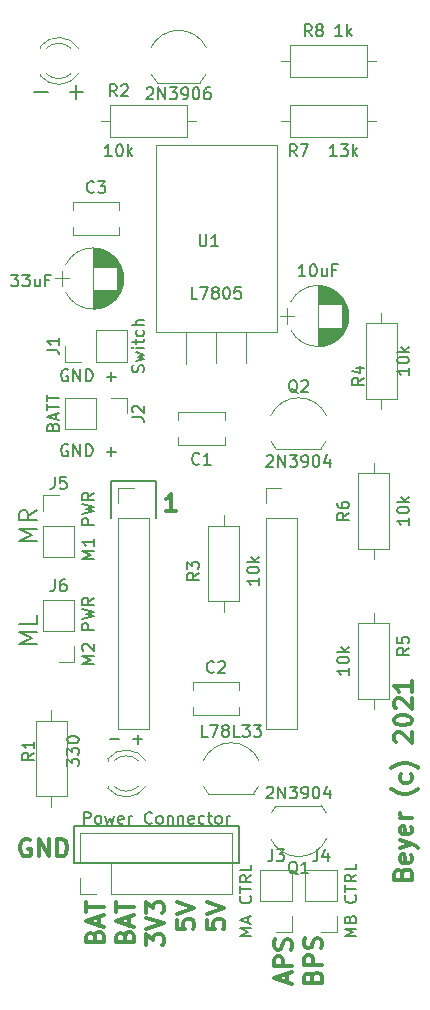
<source format=gbr>
G04 #@! TF.GenerationSoftware,KiCad,Pcbnew,(5.1.4)-1*
G04 #@! TF.CreationDate,2021-02-24T12:16:23-07:00*
G04 #@! TF.ProjectId,robot,726f626f-742e-46b6-9963-61645f706362,rev?*
G04 #@! TF.SameCoordinates,Original*
G04 #@! TF.FileFunction,Legend,Top*
G04 #@! TF.FilePolarity,Positive*
%FSLAX46Y46*%
G04 Gerber Fmt 4.6, Leading zero omitted, Abs format (unit mm)*
G04 Created by KiCad (PCBNEW (5.1.4)-1) date 2021-02-24 12:16:23*
%MOMM*%
%LPD*%
G04 APERTURE LIST*
%ADD10C,0.150000*%
%ADD11C,0.300000*%
%ADD12C,0.200000*%
%ADD13C,0.120000*%
G04 APERTURE END LIST*
D10*
X98468571Y-72227142D02*
X96968571Y-72227142D01*
X98040000Y-71727142D01*
X96968571Y-71227142D01*
X98468571Y-71227142D01*
X98468571Y-69798571D02*
X98468571Y-70512857D01*
X96968571Y-70512857D01*
X98468571Y-63480000D02*
X96968571Y-63480000D01*
X98040000Y-62980000D01*
X96968571Y-62480000D01*
X98468571Y-62480000D01*
X98468571Y-60908571D02*
X97754285Y-61408571D01*
X98468571Y-61765714D02*
X96968571Y-61765714D01*
X96968571Y-61194285D01*
X97040000Y-61051428D01*
X97111428Y-60980000D01*
X97254285Y-60908571D01*
X97468571Y-60908571D01*
X97611428Y-60980000D01*
X97682857Y-61051428D01*
X97754285Y-61194285D01*
X97754285Y-61765714D01*
X98258571Y-25507142D02*
X99401428Y-25507142D01*
X101258571Y-25507142D02*
X102401428Y-25507142D01*
X101830000Y-26078571D02*
X101830000Y-24935714D01*
X101108095Y-55380000D02*
X101012857Y-55332380D01*
X100870000Y-55332380D01*
X100727142Y-55380000D01*
X100631904Y-55475238D01*
X100584285Y-55570476D01*
X100536666Y-55760952D01*
X100536666Y-55903809D01*
X100584285Y-56094285D01*
X100631904Y-56189523D01*
X100727142Y-56284761D01*
X100870000Y-56332380D01*
X100965238Y-56332380D01*
X101108095Y-56284761D01*
X101155714Y-56237142D01*
X101155714Y-55903809D01*
X100965238Y-55903809D01*
X101584285Y-56332380D02*
X101584285Y-55332380D01*
X102155714Y-56332380D01*
X102155714Y-55332380D01*
X102631904Y-56332380D02*
X102631904Y-55332380D01*
X102870000Y-55332380D01*
X103012857Y-55380000D01*
X103108095Y-55475238D01*
X103155714Y-55570476D01*
X103203333Y-55760952D01*
X103203333Y-55903809D01*
X103155714Y-56094285D01*
X103108095Y-56189523D01*
X103012857Y-56284761D01*
X102870000Y-56332380D01*
X102631904Y-56332380D01*
X104393809Y-55951428D02*
X105155714Y-55951428D01*
X104774761Y-56332380D02*
X104774761Y-55570476D01*
X101108095Y-49030000D02*
X101012857Y-48982380D01*
X100870000Y-48982380D01*
X100727142Y-49030000D01*
X100631904Y-49125238D01*
X100584285Y-49220476D01*
X100536666Y-49410952D01*
X100536666Y-49553809D01*
X100584285Y-49744285D01*
X100631904Y-49839523D01*
X100727142Y-49934761D01*
X100870000Y-49982380D01*
X100965238Y-49982380D01*
X101108095Y-49934761D01*
X101155714Y-49887142D01*
X101155714Y-49553809D01*
X100965238Y-49553809D01*
X101584285Y-49982380D02*
X101584285Y-48982380D01*
X102155714Y-49982380D01*
X102155714Y-48982380D01*
X102631904Y-49982380D02*
X102631904Y-48982380D01*
X102870000Y-48982380D01*
X103012857Y-49030000D01*
X103108095Y-49125238D01*
X103155714Y-49220476D01*
X103203333Y-49410952D01*
X103203333Y-49553809D01*
X103155714Y-49744285D01*
X103108095Y-49839523D01*
X103012857Y-49934761D01*
X102870000Y-49982380D01*
X102631904Y-49982380D01*
X104393809Y-49601428D02*
X105155714Y-49601428D01*
X104774761Y-49982380D02*
X104774761Y-49220476D01*
D11*
X129432857Y-91677142D02*
X129504285Y-91462857D01*
X129575714Y-91391428D01*
X129718571Y-91320000D01*
X129932857Y-91320000D01*
X130075714Y-91391428D01*
X130147142Y-91462857D01*
X130218571Y-91605714D01*
X130218571Y-92177142D01*
X128718571Y-92177142D01*
X128718571Y-91677142D01*
X128790000Y-91534285D01*
X128861428Y-91462857D01*
X129004285Y-91391428D01*
X129147142Y-91391428D01*
X129290000Y-91462857D01*
X129361428Y-91534285D01*
X129432857Y-91677142D01*
X129432857Y-92177142D01*
X130147142Y-90105714D02*
X130218571Y-90248571D01*
X130218571Y-90534285D01*
X130147142Y-90677142D01*
X130004285Y-90748571D01*
X129432857Y-90748571D01*
X129290000Y-90677142D01*
X129218571Y-90534285D01*
X129218571Y-90248571D01*
X129290000Y-90105714D01*
X129432857Y-90034285D01*
X129575714Y-90034285D01*
X129718571Y-90748571D01*
X129218571Y-89534285D02*
X130218571Y-89177142D01*
X129218571Y-88820000D02*
X130218571Y-89177142D01*
X130575714Y-89320000D01*
X130647142Y-89391428D01*
X130718571Y-89534285D01*
X130147142Y-87677142D02*
X130218571Y-87820000D01*
X130218571Y-88105714D01*
X130147142Y-88248571D01*
X130004285Y-88320000D01*
X129432857Y-88320000D01*
X129290000Y-88248571D01*
X129218571Y-88105714D01*
X129218571Y-87820000D01*
X129290000Y-87677142D01*
X129432857Y-87605714D01*
X129575714Y-87605714D01*
X129718571Y-88320000D01*
X130218571Y-86962857D02*
X129218571Y-86962857D01*
X129504285Y-86962857D02*
X129361428Y-86891428D01*
X129290000Y-86820000D01*
X129218571Y-86677142D01*
X129218571Y-86534285D01*
X130790000Y-84462857D02*
X130718571Y-84534285D01*
X130504285Y-84677142D01*
X130361428Y-84748571D01*
X130147142Y-84820000D01*
X129790000Y-84891428D01*
X129504285Y-84891428D01*
X129147142Y-84820000D01*
X128932857Y-84748571D01*
X128790000Y-84677142D01*
X128575714Y-84534285D01*
X128504285Y-84462857D01*
X130147142Y-83248571D02*
X130218571Y-83391428D01*
X130218571Y-83677142D01*
X130147142Y-83820000D01*
X130075714Y-83891428D01*
X129932857Y-83962857D01*
X129504285Y-83962857D01*
X129361428Y-83891428D01*
X129290000Y-83820000D01*
X129218571Y-83677142D01*
X129218571Y-83391428D01*
X129290000Y-83248571D01*
X130790000Y-82748571D02*
X130718571Y-82677142D01*
X130504285Y-82534285D01*
X130361428Y-82462857D01*
X130147142Y-82391428D01*
X129790000Y-82320000D01*
X129504285Y-82320000D01*
X129147142Y-82391428D01*
X128932857Y-82462857D01*
X128790000Y-82534285D01*
X128575714Y-82677142D01*
X128504285Y-82748571D01*
X128861428Y-80534285D02*
X128790000Y-80462857D01*
X128718571Y-80320000D01*
X128718571Y-79962857D01*
X128790000Y-79820000D01*
X128861428Y-79748571D01*
X129004285Y-79677142D01*
X129147142Y-79677142D01*
X129361428Y-79748571D01*
X130218571Y-80605714D01*
X130218571Y-79677142D01*
X128718571Y-78748571D02*
X128718571Y-78605714D01*
X128790000Y-78462857D01*
X128861428Y-78391428D01*
X129004285Y-78320000D01*
X129290000Y-78248571D01*
X129647142Y-78248571D01*
X129932857Y-78320000D01*
X130075714Y-78391428D01*
X130147142Y-78462857D01*
X130218571Y-78605714D01*
X130218571Y-78748571D01*
X130147142Y-78891428D01*
X130075714Y-78962857D01*
X129932857Y-79034285D01*
X129647142Y-79105714D01*
X129290000Y-79105714D01*
X129004285Y-79034285D01*
X128861428Y-78962857D01*
X128790000Y-78891428D01*
X128718571Y-78748571D01*
X128861428Y-77677142D02*
X128790000Y-77605714D01*
X128718571Y-77462857D01*
X128718571Y-77105714D01*
X128790000Y-76962857D01*
X128861428Y-76891428D01*
X129004285Y-76820000D01*
X129147142Y-76820000D01*
X129361428Y-76891428D01*
X130218571Y-77748571D01*
X130218571Y-76820000D01*
X130218571Y-75391428D02*
X130218571Y-76248571D01*
X130218571Y-75820000D02*
X128718571Y-75820000D01*
X128932857Y-75962857D01*
X129075714Y-76105714D01*
X129147142Y-76248571D01*
X97917142Y-88785000D02*
X97774285Y-88713571D01*
X97560000Y-88713571D01*
X97345714Y-88785000D01*
X97202857Y-88927857D01*
X97131428Y-89070714D01*
X97060000Y-89356428D01*
X97060000Y-89570714D01*
X97131428Y-89856428D01*
X97202857Y-89999285D01*
X97345714Y-90142142D01*
X97560000Y-90213571D01*
X97702857Y-90213571D01*
X97917142Y-90142142D01*
X97988571Y-90070714D01*
X97988571Y-89570714D01*
X97702857Y-89570714D01*
X98631428Y-90213571D02*
X98631428Y-88713571D01*
X99488571Y-90213571D01*
X99488571Y-88713571D01*
X100202857Y-90213571D02*
X100202857Y-88713571D01*
X100560000Y-88713571D01*
X100774285Y-88785000D01*
X100917142Y-88927857D01*
X100988571Y-89070714D01*
X101060000Y-89356428D01*
X101060000Y-89570714D01*
X100988571Y-89856428D01*
X100917142Y-89999285D01*
X100774285Y-90142142D01*
X100560000Y-90213571D01*
X100202857Y-90213571D01*
D12*
X101600000Y-87630000D02*
X101600000Y-90805000D01*
X115570000Y-87630000D02*
X101600000Y-87630000D01*
X115570000Y-90805000D02*
X115570000Y-87630000D01*
X101600000Y-90805000D02*
X115570000Y-90805000D01*
D11*
X110283571Y-61003571D02*
X109426428Y-61003571D01*
X109855000Y-61003571D02*
X109855000Y-59503571D01*
X109712142Y-59717857D01*
X109569285Y-59860714D01*
X109426428Y-59932142D01*
D12*
X104775000Y-58420000D02*
X104775000Y-61595000D01*
X108585000Y-58420000D02*
X108585000Y-61595000D01*
X104775000Y-58420000D02*
X108585000Y-58420000D01*
D11*
X119625000Y-100881428D02*
X119625000Y-100167142D01*
X120053571Y-101024285D02*
X118553571Y-100524285D01*
X120053571Y-100024285D01*
X120053571Y-99524285D02*
X118553571Y-99524285D01*
X118553571Y-98952857D01*
X118625000Y-98810000D01*
X118696428Y-98738571D01*
X118839285Y-98667142D01*
X119053571Y-98667142D01*
X119196428Y-98738571D01*
X119267857Y-98810000D01*
X119339285Y-98952857D01*
X119339285Y-99524285D01*
X119982142Y-98095714D02*
X120053571Y-97881428D01*
X120053571Y-97524285D01*
X119982142Y-97381428D01*
X119910714Y-97310000D01*
X119767857Y-97238571D01*
X119625000Y-97238571D01*
X119482142Y-97310000D01*
X119410714Y-97381428D01*
X119339285Y-97524285D01*
X119267857Y-97810000D01*
X119196428Y-97952857D01*
X119125000Y-98024285D01*
X118982142Y-98095714D01*
X118839285Y-98095714D01*
X118696428Y-98024285D01*
X118625000Y-97952857D01*
X118553571Y-97810000D01*
X118553571Y-97452857D01*
X118625000Y-97238571D01*
X121817857Y-100417142D02*
X121889285Y-100202857D01*
X121960714Y-100131428D01*
X122103571Y-100060000D01*
X122317857Y-100060000D01*
X122460714Y-100131428D01*
X122532142Y-100202857D01*
X122603571Y-100345714D01*
X122603571Y-100917142D01*
X121103571Y-100917142D01*
X121103571Y-100417142D01*
X121175000Y-100274285D01*
X121246428Y-100202857D01*
X121389285Y-100131428D01*
X121532142Y-100131428D01*
X121675000Y-100202857D01*
X121746428Y-100274285D01*
X121817857Y-100417142D01*
X121817857Y-100917142D01*
X122603571Y-99417142D02*
X121103571Y-99417142D01*
X121103571Y-98845714D01*
X121175000Y-98702857D01*
X121246428Y-98631428D01*
X121389285Y-98560000D01*
X121603571Y-98560000D01*
X121746428Y-98631428D01*
X121817857Y-98702857D01*
X121889285Y-98845714D01*
X121889285Y-99417142D01*
X122532142Y-97988571D02*
X122603571Y-97774285D01*
X122603571Y-97417142D01*
X122532142Y-97274285D01*
X122460714Y-97202857D01*
X122317857Y-97131428D01*
X122175000Y-97131428D01*
X122032142Y-97202857D01*
X121960714Y-97274285D01*
X121889285Y-97417142D01*
X121817857Y-97702857D01*
X121746428Y-97845714D01*
X121675000Y-97917142D01*
X121532142Y-97988571D01*
X121389285Y-97988571D01*
X121246428Y-97917142D01*
X121175000Y-97845714D01*
X121103571Y-97702857D01*
X121103571Y-97345714D01*
X121175000Y-97131428D01*
X103377857Y-96992142D02*
X103449285Y-96777857D01*
X103520714Y-96706428D01*
X103663571Y-96635000D01*
X103877857Y-96635000D01*
X104020714Y-96706428D01*
X104092142Y-96777857D01*
X104163571Y-96920714D01*
X104163571Y-97492142D01*
X102663571Y-97492142D01*
X102663571Y-96992142D01*
X102735000Y-96849285D01*
X102806428Y-96777857D01*
X102949285Y-96706428D01*
X103092142Y-96706428D01*
X103235000Y-96777857D01*
X103306428Y-96849285D01*
X103377857Y-96992142D01*
X103377857Y-97492142D01*
X103735000Y-96063571D02*
X103735000Y-95349285D01*
X104163571Y-96206428D02*
X102663571Y-95706428D01*
X104163571Y-95206428D01*
X102663571Y-94920714D02*
X102663571Y-94063571D01*
X104163571Y-94492142D02*
X102663571Y-94492142D01*
X105927857Y-96992142D02*
X105999285Y-96777857D01*
X106070714Y-96706428D01*
X106213571Y-96635000D01*
X106427857Y-96635000D01*
X106570714Y-96706428D01*
X106642142Y-96777857D01*
X106713571Y-96920714D01*
X106713571Y-97492142D01*
X105213571Y-97492142D01*
X105213571Y-96992142D01*
X105285000Y-96849285D01*
X105356428Y-96777857D01*
X105499285Y-96706428D01*
X105642142Y-96706428D01*
X105785000Y-96777857D01*
X105856428Y-96849285D01*
X105927857Y-96992142D01*
X105927857Y-97492142D01*
X106285000Y-96063571D02*
X106285000Y-95349285D01*
X106713571Y-96206428D02*
X105213571Y-95706428D01*
X106713571Y-95206428D01*
X105213571Y-94920714D02*
X105213571Y-94063571D01*
X106713571Y-94492142D02*
X105213571Y-94492142D01*
X107763571Y-97742142D02*
X107763571Y-96813571D01*
X108335000Y-97313571D01*
X108335000Y-97099285D01*
X108406428Y-96956428D01*
X108477857Y-96885000D01*
X108620714Y-96813571D01*
X108977857Y-96813571D01*
X109120714Y-96885000D01*
X109192142Y-96956428D01*
X109263571Y-97099285D01*
X109263571Y-97527857D01*
X109192142Y-97670714D01*
X109120714Y-97742142D01*
X107763571Y-96385000D02*
X109263571Y-95885000D01*
X107763571Y-95385000D01*
X107763571Y-95027857D02*
X107763571Y-94099285D01*
X108335000Y-94599285D01*
X108335000Y-94385000D01*
X108406428Y-94242142D01*
X108477857Y-94170714D01*
X108620714Y-94099285D01*
X108977857Y-94099285D01*
X109120714Y-94170714D01*
X109192142Y-94242142D01*
X109263571Y-94385000D01*
X109263571Y-94813571D01*
X109192142Y-94956428D01*
X109120714Y-95027857D01*
X110313571Y-95599285D02*
X110313571Y-96313571D01*
X111027857Y-96385000D01*
X110956428Y-96313571D01*
X110885000Y-96170714D01*
X110885000Y-95813571D01*
X110956428Y-95670714D01*
X111027857Y-95599285D01*
X111170714Y-95527857D01*
X111527857Y-95527857D01*
X111670714Y-95599285D01*
X111742142Y-95670714D01*
X111813571Y-95813571D01*
X111813571Y-96170714D01*
X111742142Y-96313571D01*
X111670714Y-96385000D01*
X110313571Y-95099285D02*
X111813571Y-94599285D01*
X110313571Y-94099285D01*
X112863571Y-95599285D02*
X112863571Y-96313571D01*
X113577857Y-96385000D01*
X113506428Y-96313571D01*
X113435000Y-96170714D01*
X113435000Y-95813571D01*
X113506428Y-95670714D01*
X113577857Y-95599285D01*
X113720714Y-95527857D01*
X114077857Y-95527857D01*
X114220714Y-95599285D01*
X114292142Y-95670714D01*
X114363571Y-95813571D01*
X114363571Y-96170714D01*
X114292142Y-96313571D01*
X114220714Y-96385000D01*
X112863571Y-95099285D02*
X114363571Y-94599285D01*
X112863571Y-94099285D01*
D13*
X108690000Y-24710000D02*
X112290000Y-24710000D01*
X108165816Y-23982795D02*
G75*
G03X108690000Y-24710000I2324184J1122795D01*
G01*
X108133600Y-21761193D02*
G75*
G02X110490000Y-20260000I2356400J-1098807D01*
G01*
X112846400Y-21761193D02*
G75*
G03X110490000Y-20260000I-2356400J-1098807D01*
G01*
X112814184Y-23982795D02*
G75*
G02X112290000Y-24710000I-2324184J1122795D01*
G01*
X127230000Y-22860000D02*
X126460000Y-22860000D01*
X119150000Y-22860000D02*
X119920000Y-22860000D01*
X126460000Y-21490000D02*
X119920000Y-21490000D01*
X126460000Y-24230000D02*
X126460000Y-21490000D01*
X119920000Y-24230000D02*
X126460000Y-24230000D01*
X119920000Y-21490000D02*
X119920000Y-24230000D01*
X127230000Y-27940000D02*
X126460000Y-27940000D01*
X119150000Y-27940000D02*
X119920000Y-27940000D01*
X126460000Y-26570000D02*
X119920000Y-26570000D01*
X126460000Y-29310000D02*
X126460000Y-26570000D01*
X119920000Y-29310000D02*
X126460000Y-29310000D01*
X119920000Y-26570000D02*
X119920000Y-29310000D01*
X111990000Y-27940000D02*
X111220000Y-27940000D01*
X103910000Y-27940000D02*
X104680000Y-27940000D01*
X111220000Y-26570000D02*
X104680000Y-26570000D01*
X111220000Y-29310000D02*
X111220000Y-26570000D01*
X104680000Y-29310000D02*
X111220000Y-29310000D01*
X104680000Y-26570000D02*
X104680000Y-29310000D01*
X98770000Y-23940000D02*
X98770000Y-24096000D01*
X98770000Y-21624000D02*
X98770000Y-21780000D01*
X101371130Y-23939837D02*
G75*
G02X99289039Y-23940000I-1041130J1079837D01*
G01*
X101371130Y-21780163D02*
G75*
G03X99289039Y-21780000I-1041130J-1079837D01*
G01*
X102002335Y-23938608D02*
G75*
G02X98770000Y-24095516I-1672335J1078608D01*
G01*
X102002335Y-21781392D02*
G75*
G03X98770000Y-21624484I-1672335J-1078608D01*
G01*
X117237383Y-84297264D02*
G75*
G02X116845000Y-84885000I-2302383J1112264D01*
G01*
X117291400Y-82086193D02*
G75*
G03X114935000Y-80585000I-2356400J-1098807D01*
G01*
X112578600Y-82086193D02*
G75*
G02X114935000Y-80585000I2356400J-1098807D01*
G01*
X112612369Y-84307045D02*
G75*
G03X112995000Y-84885000I2322631J1122045D01*
G01*
X112995000Y-84885000D02*
X116845000Y-84885000D01*
X118710000Y-55675000D02*
X122560000Y-55675000D01*
X118327369Y-55097045D02*
G75*
G03X118710000Y-55675000I2322631J1122045D01*
G01*
X118293600Y-52876193D02*
G75*
G02X120650000Y-51375000I2356400J-1098807D01*
G01*
X123006400Y-52876193D02*
G75*
G03X120650000Y-51375000I-2356400J-1098807D01*
G01*
X122952383Y-55087264D02*
G75*
G02X122560000Y-55675000I-2302383J1112264D01*
G01*
X122590000Y-85930000D02*
X118740000Y-85930000D01*
X122972631Y-86507955D02*
G75*
G03X122590000Y-85930000I-2322631J-1122045D01*
G01*
X123006400Y-88728807D02*
G75*
G02X120650000Y-90230000I-2356400J1098807D01*
G01*
X118293600Y-88728807D02*
G75*
G03X120650000Y-90230000I2356400J1098807D01*
G01*
X118347617Y-86517736D02*
G75*
G02X118740000Y-85930000I2302383J-1112264D01*
G01*
X111685000Y-75475000D02*
X115605000Y-75475000D01*
X111685000Y-78195000D02*
X115605000Y-78195000D01*
X111685000Y-75475000D02*
X111685000Y-76085000D01*
X111685000Y-77585000D02*
X111685000Y-78195000D01*
X115605000Y-75475000D02*
X115605000Y-76085000D01*
X115605000Y-77585000D02*
X115605000Y-78195000D01*
X99000000Y-64830000D02*
X101660000Y-64830000D01*
X99000000Y-62230000D02*
X99000000Y-64830000D01*
X101660000Y-62230000D02*
X101660000Y-64830000D01*
X99000000Y-62230000D02*
X101660000Y-62230000D01*
X99000000Y-60960000D02*
X99000000Y-59630000D01*
X99000000Y-59630000D02*
X100330000Y-59630000D01*
X101660000Y-68520000D02*
X99000000Y-68520000D01*
X101660000Y-71120000D02*
X101660000Y-68520000D01*
X99000000Y-71120000D02*
X99000000Y-68520000D01*
X101660000Y-71120000D02*
X99000000Y-71120000D01*
X101660000Y-72390000D02*
X101660000Y-73720000D01*
X101660000Y-73720000D02*
X100330000Y-73720000D01*
X108545000Y-45840000D02*
X118785000Y-45840000D01*
X108545000Y-29950000D02*
X118785000Y-29950000D01*
X108545000Y-29950000D02*
X108545000Y-45840000D01*
X118785000Y-29950000D02*
X118785000Y-45840000D01*
X111125000Y-45840000D02*
X111125000Y-48480000D01*
X113665000Y-45840000D02*
X113665000Y-48464000D01*
X116205000Y-45840000D02*
X116205000Y-48464000D01*
X100635000Y-40625000D02*
X100635000Y-41925000D01*
X100035000Y-41275000D02*
X101235000Y-41275000D01*
X105796000Y-40921000D02*
X105796000Y-41629000D01*
X105756000Y-40716000D02*
X105756000Y-41834000D01*
X105716000Y-40568000D02*
X105716000Y-41982000D01*
X105676000Y-40446000D02*
X105676000Y-42104000D01*
X105636000Y-40341000D02*
X105636000Y-42209000D01*
X105596000Y-40247000D02*
X105596000Y-42303000D01*
X105556000Y-40163000D02*
X105556000Y-42387000D01*
X105516000Y-40086000D02*
X105516000Y-42464000D01*
X105476000Y-40014000D02*
X105476000Y-42536000D01*
X105436000Y-39948000D02*
X105436000Y-42602000D01*
X105396000Y-39885000D02*
X105396000Y-42665000D01*
X105356000Y-39827000D02*
X105356000Y-42723000D01*
X105316000Y-39771000D02*
X105316000Y-42779000D01*
X105276000Y-39719000D02*
X105276000Y-42831000D01*
X105236000Y-39669000D02*
X105236000Y-42881000D01*
X105196000Y-42255000D02*
X105196000Y-42929000D01*
X105196000Y-39621000D02*
X105196000Y-40295000D01*
X105156000Y-42255000D02*
X105156000Y-42974000D01*
X105156000Y-39576000D02*
X105156000Y-40295000D01*
X105116000Y-42255000D02*
X105116000Y-43017000D01*
X105116000Y-39533000D02*
X105116000Y-40295000D01*
X105076000Y-42255000D02*
X105076000Y-43058000D01*
X105076000Y-39492000D02*
X105076000Y-40295000D01*
X105036000Y-42255000D02*
X105036000Y-43098000D01*
X105036000Y-39452000D02*
X105036000Y-40295000D01*
X104996000Y-42255000D02*
X104996000Y-43136000D01*
X104996000Y-39414000D02*
X104996000Y-40295000D01*
X104956000Y-42255000D02*
X104956000Y-43172000D01*
X104956000Y-39378000D02*
X104956000Y-40295000D01*
X104916000Y-42255000D02*
X104916000Y-43207000D01*
X104916000Y-39343000D02*
X104916000Y-40295000D01*
X104876000Y-42255000D02*
X104876000Y-43240000D01*
X104876000Y-39310000D02*
X104876000Y-40295000D01*
X104836000Y-42255000D02*
X104836000Y-43272000D01*
X104836000Y-39278000D02*
X104836000Y-40295000D01*
X104796000Y-42255000D02*
X104796000Y-43303000D01*
X104796000Y-39247000D02*
X104796000Y-40295000D01*
X104756000Y-42255000D02*
X104756000Y-43333000D01*
X104756000Y-39217000D02*
X104756000Y-40295000D01*
X104716000Y-42255000D02*
X104716000Y-43361000D01*
X104716000Y-39189000D02*
X104716000Y-40295000D01*
X104676000Y-42255000D02*
X104676000Y-43388000D01*
X104676000Y-39162000D02*
X104676000Y-40295000D01*
X104636000Y-42255000D02*
X104636000Y-43415000D01*
X104636000Y-39135000D02*
X104636000Y-40295000D01*
X104596000Y-42255000D02*
X104596000Y-43440000D01*
X104596000Y-39110000D02*
X104596000Y-40295000D01*
X104556000Y-42255000D02*
X104556000Y-43464000D01*
X104556000Y-39086000D02*
X104556000Y-40295000D01*
X104516000Y-42255000D02*
X104516000Y-43487000D01*
X104516000Y-39063000D02*
X104516000Y-40295000D01*
X104476000Y-42255000D02*
X104476000Y-43509000D01*
X104476000Y-39041000D02*
X104476000Y-40295000D01*
X104436000Y-42255000D02*
X104436000Y-43531000D01*
X104436000Y-39019000D02*
X104436000Y-40295000D01*
X104396000Y-42255000D02*
X104396000Y-43551000D01*
X104396000Y-38999000D02*
X104396000Y-40295000D01*
X104356000Y-42255000D02*
X104356000Y-43571000D01*
X104356000Y-38979000D02*
X104356000Y-40295000D01*
X104316000Y-42255000D02*
X104316000Y-43590000D01*
X104316000Y-38960000D02*
X104316000Y-40295000D01*
X104276000Y-42255000D02*
X104276000Y-43608000D01*
X104276000Y-38942000D02*
X104276000Y-40295000D01*
X104236000Y-42255000D02*
X104236000Y-43625000D01*
X104236000Y-38925000D02*
X104236000Y-40295000D01*
X104196000Y-42255000D02*
X104196000Y-43641000D01*
X104196000Y-38909000D02*
X104196000Y-40295000D01*
X104156000Y-42255000D02*
X104156000Y-43657000D01*
X104156000Y-38893000D02*
X104156000Y-40295000D01*
X104116000Y-42255000D02*
X104116000Y-43671000D01*
X104116000Y-38879000D02*
X104116000Y-40295000D01*
X104076000Y-42255000D02*
X104076000Y-43685000D01*
X104076000Y-38865000D02*
X104076000Y-40295000D01*
X104036000Y-42255000D02*
X104036000Y-43699000D01*
X104036000Y-38851000D02*
X104036000Y-40295000D01*
X103996000Y-42255000D02*
X103996000Y-43711000D01*
X103996000Y-38839000D02*
X103996000Y-40295000D01*
X103956000Y-42255000D02*
X103956000Y-43723000D01*
X103956000Y-38827000D02*
X103956000Y-40295000D01*
X103915000Y-42255000D02*
X103915000Y-43735000D01*
X103915000Y-38815000D02*
X103915000Y-40295000D01*
X103875000Y-42255000D02*
X103875000Y-43745000D01*
X103875000Y-38805000D02*
X103875000Y-40295000D01*
X103835000Y-42255000D02*
X103835000Y-43755000D01*
X103835000Y-38795000D02*
X103835000Y-40295000D01*
X103795000Y-42255000D02*
X103795000Y-43764000D01*
X103795000Y-38786000D02*
X103795000Y-40295000D01*
X103755000Y-42255000D02*
X103755000Y-43773000D01*
X103755000Y-38777000D02*
X103755000Y-40295000D01*
X103715000Y-42255000D02*
X103715000Y-43781000D01*
X103715000Y-38769000D02*
X103715000Y-40295000D01*
X103675000Y-42255000D02*
X103675000Y-43788000D01*
X103675000Y-38762000D02*
X103675000Y-40295000D01*
X103635000Y-42255000D02*
X103635000Y-43794000D01*
X103635000Y-38756000D02*
X103635000Y-40295000D01*
X103595000Y-42255000D02*
X103595000Y-43800000D01*
X103595000Y-38750000D02*
X103595000Y-40295000D01*
X103555000Y-42255000D02*
X103555000Y-43806000D01*
X103555000Y-38744000D02*
X103555000Y-40295000D01*
X103515000Y-42255000D02*
X103515000Y-43810000D01*
X103515000Y-38740000D02*
X103515000Y-40295000D01*
X103475000Y-42255000D02*
X103475000Y-43814000D01*
X103475000Y-38736000D02*
X103475000Y-40295000D01*
X103435000Y-42255000D02*
X103435000Y-43818000D01*
X103435000Y-38732000D02*
X103435000Y-40295000D01*
X103395000Y-42255000D02*
X103395000Y-43821000D01*
X103395000Y-38729000D02*
X103395000Y-40295000D01*
X103355000Y-42255000D02*
X103355000Y-43823000D01*
X103355000Y-38727000D02*
X103355000Y-40295000D01*
X103315000Y-42255000D02*
X103315000Y-43824000D01*
X103315000Y-38726000D02*
X103315000Y-40295000D01*
X103275000Y-42255000D02*
X103275000Y-43825000D01*
X103275000Y-38725000D02*
X103275000Y-40295000D01*
X103235000Y-38725000D02*
X103235000Y-43825000D01*
X105540722Y-42454723D02*
G75*
G03X105540580Y-40095000I-2305722J1179723D01*
G01*
X105540722Y-42454723D02*
G75*
G02X100929420Y-42455000I-2305722J1179723D01*
G01*
X105540722Y-40095277D02*
G75*
G03X100929420Y-40095000I-2305722J-1179723D01*
G01*
X107717335Y-82106392D02*
G75*
G03X104485000Y-81949484I-1672335J-1078608D01*
G01*
X107717335Y-84263608D02*
G75*
G02X104485000Y-84420516I-1672335J1078608D01*
G01*
X107086130Y-82105163D02*
G75*
G03X105004039Y-82105000I-1041130J-1079837D01*
G01*
X107086130Y-84264837D02*
G75*
G02X105004039Y-84265000I-1041130J1079837D01*
G01*
X104485000Y-81949000D02*
X104485000Y-82105000D01*
X104485000Y-84265000D02*
X104485000Y-84421000D01*
X123885000Y-91380000D02*
X121225000Y-91380000D01*
X123885000Y-93980000D02*
X123885000Y-91380000D01*
X121225000Y-93980000D02*
X121225000Y-91380000D01*
X123885000Y-93980000D02*
X121225000Y-93980000D01*
X123885000Y-95250000D02*
X123885000Y-96580000D01*
X123885000Y-96580000D02*
X122555000Y-96580000D01*
X120075000Y-91380000D02*
X117415000Y-91380000D01*
X120075000Y-93980000D02*
X120075000Y-91380000D01*
X117415000Y-93980000D02*
X117415000Y-91380000D01*
X120075000Y-93980000D02*
X117415000Y-93980000D01*
X120075000Y-95250000D02*
X120075000Y-96580000D01*
X120075000Y-96580000D02*
X118745000Y-96580000D01*
X114375000Y-55335000D02*
X110455000Y-55335000D01*
X114375000Y-52615000D02*
X110455000Y-52615000D01*
X114375000Y-55335000D02*
X114375000Y-54725000D01*
X114375000Y-53225000D02*
X114375000Y-52615000D01*
X110455000Y-55335000D02*
X110455000Y-54725000D01*
X110455000Y-53225000D02*
X110455000Y-52615000D01*
X101525000Y-34835000D02*
X105445000Y-34835000D01*
X101525000Y-37555000D02*
X105445000Y-37555000D01*
X101525000Y-34835000D02*
X101525000Y-35445000D01*
X101525000Y-36945000D02*
X101525000Y-37555000D01*
X105445000Y-34835000D02*
X105445000Y-35445000D01*
X105445000Y-36945000D02*
X105445000Y-37555000D01*
X119685000Y-43800000D02*
X119685000Y-45100000D01*
X119085000Y-44450000D02*
X120285000Y-44450000D01*
X124846000Y-44096000D02*
X124846000Y-44804000D01*
X124806000Y-43891000D02*
X124806000Y-45009000D01*
X124766000Y-43743000D02*
X124766000Y-45157000D01*
X124726000Y-43621000D02*
X124726000Y-45279000D01*
X124686000Y-43516000D02*
X124686000Y-45384000D01*
X124646000Y-43422000D02*
X124646000Y-45478000D01*
X124606000Y-43338000D02*
X124606000Y-45562000D01*
X124566000Y-43261000D02*
X124566000Y-45639000D01*
X124526000Y-43189000D02*
X124526000Y-45711000D01*
X124486000Y-43123000D02*
X124486000Y-45777000D01*
X124446000Y-43060000D02*
X124446000Y-45840000D01*
X124406000Y-43002000D02*
X124406000Y-45898000D01*
X124366000Y-42946000D02*
X124366000Y-45954000D01*
X124326000Y-42894000D02*
X124326000Y-46006000D01*
X124286000Y-42844000D02*
X124286000Y-46056000D01*
X124246000Y-45430000D02*
X124246000Y-46104000D01*
X124246000Y-42796000D02*
X124246000Y-43470000D01*
X124206000Y-45430000D02*
X124206000Y-46149000D01*
X124206000Y-42751000D02*
X124206000Y-43470000D01*
X124166000Y-45430000D02*
X124166000Y-46192000D01*
X124166000Y-42708000D02*
X124166000Y-43470000D01*
X124126000Y-45430000D02*
X124126000Y-46233000D01*
X124126000Y-42667000D02*
X124126000Y-43470000D01*
X124086000Y-45430000D02*
X124086000Y-46273000D01*
X124086000Y-42627000D02*
X124086000Y-43470000D01*
X124046000Y-45430000D02*
X124046000Y-46311000D01*
X124046000Y-42589000D02*
X124046000Y-43470000D01*
X124006000Y-45430000D02*
X124006000Y-46347000D01*
X124006000Y-42553000D02*
X124006000Y-43470000D01*
X123966000Y-45430000D02*
X123966000Y-46382000D01*
X123966000Y-42518000D02*
X123966000Y-43470000D01*
X123926000Y-45430000D02*
X123926000Y-46415000D01*
X123926000Y-42485000D02*
X123926000Y-43470000D01*
X123886000Y-45430000D02*
X123886000Y-46447000D01*
X123886000Y-42453000D02*
X123886000Y-43470000D01*
X123846000Y-45430000D02*
X123846000Y-46478000D01*
X123846000Y-42422000D02*
X123846000Y-43470000D01*
X123806000Y-45430000D02*
X123806000Y-46508000D01*
X123806000Y-42392000D02*
X123806000Y-43470000D01*
X123766000Y-45430000D02*
X123766000Y-46536000D01*
X123766000Y-42364000D02*
X123766000Y-43470000D01*
X123726000Y-45430000D02*
X123726000Y-46563000D01*
X123726000Y-42337000D02*
X123726000Y-43470000D01*
X123686000Y-45430000D02*
X123686000Y-46590000D01*
X123686000Y-42310000D02*
X123686000Y-43470000D01*
X123646000Y-45430000D02*
X123646000Y-46615000D01*
X123646000Y-42285000D02*
X123646000Y-43470000D01*
X123606000Y-45430000D02*
X123606000Y-46639000D01*
X123606000Y-42261000D02*
X123606000Y-43470000D01*
X123566000Y-45430000D02*
X123566000Y-46662000D01*
X123566000Y-42238000D02*
X123566000Y-43470000D01*
X123526000Y-45430000D02*
X123526000Y-46684000D01*
X123526000Y-42216000D02*
X123526000Y-43470000D01*
X123486000Y-45430000D02*
X123486000Y-46706000D01*
X123486000Y-42194000D02*
X123486000Y-43470000D01*
X123446000Y-45430000D02*
X123446000Y-46726000D01*
X123446000Y-42174000D02*
X123446000Y-43470000D01*
X123406000Y-45430000D02*
X123406000Y-46746000D01*
X123406000Y-42154000D02*
X123406000Y-43470000D01*
X123366000Y-45430000D02*
X123366000Y-46765000D01*
X123366000Y-42135000D02*
X123366000Y-43470000D01*
X123326000Y-45430000D02*
X123326000Y-46783000D01*
X123326000Y-42117000D02*
X123326000Y-43470000D01*
X123286000Y-45430000D02*
X123286000Y-46800000D01*
X123286000Y-42100000D02*
X123286000Y-43470000D01*
X123246000Y-45430000D02*
X123246000Y-46816000D01*
X123246000Y-42084000D02*
X123246000Y-43470000D01*
X123206000Y-45430000D02*
X123206000Y-46832000D01*
X123206000Y-42068000D02*
X123206000Y-43470000D01*
X123166000Y-45430000D02*
X123166000Y-46846000D01*
X123166000Y-42054000D02*
X123166000Y-43470000D01*
X123126000Y-45430000D02*
X123126000Y-46860000D01*
X123126000Y-42040000D02*
X123126000Y-43470000D01*
X123086000Y-45430000D02*
X123086000Y-46874000D01*
X123086000Y-42026000D02*
X123086000Y-43470000D01*
X123046000Y-45430000D02*
X123046000Y-46886000D01*
X123046000Y-42014000D02*
X123046000Y-43470000D01*
X123006000Y-45430000D02*
X123006000Y-46898000D01*
X123006000Y-42002000D02*
X123006000Y-43470000D01*
X122965000Y-45430000D02*
X122965000Y-46910000D01*
X122965000Y-41990000D02*
X122965000Y-43470000D01*
X122925000Y-45430000D02*
X122925000Y-46920000D01*
X122925000Y-41980000D02*
X122925000Y-43470000D01*
X122885000Y-45430000D02*
X122885000Y-46930000D01*
X122885000Y-41970000D02*
X122885000Y-43470000D01*
X122845000Y-45430000D02*
X122845000Y-46939000D01*
X122845000Y-41961000D02*
X122845000Y-43470000D01*
X122805000Y-45430000D02*
X122805000Y-46948000D01*
X122805000Y-41952000D02*
X122805000Y-43470000D01*
X122765000Y-45430000D02*
X122765000Y-46956000D01*
X122765000Y-41944000D02*
X122765000Y-43470000D01*
X122725000Y-45430000D02*
X122725000Y-46963000D01*
X122725000Y-41937000D02*
X122725000Y-43470000D01*
X122685000Y-45430000D02*
X122685000Y-46969000D01*
X122685000Y-41931000D02*
X122685000Y-43470000D01*
X122645000Y-45430000D02*
X122645000Y-46975000D01*
X122645000Y-41925000D02*
X122645000Y-43470000D01*
X122605000Y-45430000D02*
X122605000Y-46981000D01*
X122605000Y-41919000D02*
X122605000Y-43470000D01*
X122565000Y-45430000D02*
X122565000Y-46985000D01*
X122565000Y-41915000D02*
X122565000Y-43470000D01*
X122525000Y-45430000D02*
X122525000Y-46989000D01*
X122525000Y-41911000D02*
X122525000Y-43470000D01*
X122485000Y-45430000D02*
X122485000Y-46993000D01*
X122485000Y-41907000D02*
X122485000Y-43470000D01*
X122445000Y-45430000D02*
X122445000Y-46996000D01*
X122445000Y-41904000D02*
X122445000Y-43470000D01*
X122405000Y-45430000D02*
X122405000Y-46998000D01*
X122405000Y-41902000D02*
X122405000Y-43470000D01*
X122365000Y-45430000D02*
X122365000Y-46999000D01*
X122365000Y-41901000D02*
X122365000Y-43470000D01*
X122325000Y-45430000D02*
X122325000Y-47000000D01*
X122325000Y-41900000D02*
X122325000Y-43470000D01*
X122285000Y-41900000D02*
X122285000Y-47000000D01*
X124590722Y-45629723D02*
G75*
G03X124590580Y-43270000I-2305722J1179723D01*
G01*
X124590722Y-45629723D02*
G75*
G02X119979420Y-45630000I-2305722J1179723D01*
G01*
X124590722Y-43270277D02*
G75*
G03X119979420Y-43270000I-2305722J-1179723D01*
G01*
X114995000Y-93405000D02*
X114995000Y-88205000D01*
X104775000Y-93405000D02*
X114995000Y-93405000D01*
X102175000Y-88205000D02*
X114995000Y-88205000D01*
X104775000Y-93405000D02*
X104775000Y-90805000D01*
X104775000Y-90805000D02*
X102175000Y-90805000D01*
X102175000Y-90805000D02*
X102175000Y-88205000D01*
X103505000Y-93405000D02*
X102175000Y-93405000D01*
X102175000Y-93405000D02*
X102175000Y-92075000D01*
X100905000Y-51375000D02*
X100905000Y-54035000D01*
X103505000Y-51375000D02*
X100905000Y-51375000D01*
X103505000Y-54035000D02*
X100905000Y-54035000D01*
X103505000Y-51375000D02*
X103505000Y-54035000D01*
X104775000Y-51375000D02*
X106105000Y-51375000D01*
X106105000Y-51375000D02*
X106105000Y-52705000D01*
X100905000Y-48320000D02*
X100905000Y-46990000D01*
X102235000Y-48320000D02*
X100905000Y-48320000D01*
X103505000Y-48320000D02*
X103505000Y-45660000D01*
X103505000Y-45660000D02*
X106105000Y-45660000D01*
X103505000Y-48320000D02*
X106105000Y-48320000D01*
X106105000Y-48320000D02*
X106105000Y-45660000D01*
X117850000Y-58995000D02*
X119180000Y-58995000D01*
X117850000Y-60325000D02*
X117850000Y-58995000D01*
X120510000Y-61595000D02*
X117850000Y-61595000D01*
X120510000Y-79435000D02*
X120510000Y-61595000D01*
X117850000Y-79435000D02*
X120510000Y-79435000D01*
X117850000Y-61595000D02*
X117850000Y-79435000D01*
X105350000Y-61595000D02*
X105350000Y-79435000D01*
X105350000Y-79435000D02*
X108010000Y-79435000D01*
X108010000Y-79435000D02*
X108010000Y-61595000D01*
X108010000Y-61595000D02*
X105350000Y-61595000D01*
X105350000Y-60325000D02*
X105350000Y-58995000D01*
X105350000Y-58995000D02*
X106680000Y-58995000D01*
X98385000Y-85125000D02*
X101005000Y-85125000D01*
X101005000Y-85125000D02*
X101005000Y-78705000D01*
X101005000Y-78705000D02*
X98385000Y-78705000D01*
X98385000Y-78705000D02*
X98385000Y-85125000D01*
X99695000Y-86015000D02*
X99695000Y-85125000D01*
X99695000Y-77815000D02*
X99695000Y-78705000D01*
X112990000Y-68615000D02*
X115610000Y-68615000D01*
X115610000Y-68615000D02*
X115610000Y-62195000D01*
X115610000Y-62195000D02*
X112990000Y-62195000D01*
X112990000Y-62195000D02*
X112990000Y-68615000D01*
X114300000Y-69505000D02*
X114300000Y-68615000D01*
X114300000Y-61305000D02*
X114300000Y-62195000D01*
X126325000Y-51470000D02*
X128945000Y-51470000D01*
X128945000Y-51470000D02*
X128945000Y-45050000D01*
X128945000Y-45050000D02*
X126325000Y-45050000D01*
X126325000Y-45050000D02*
X126325000Y-51470000D01*
X127635000Y-52360000D02*
X127635000Y-51470000D01*
X127635000Y-44160000D02*
X127635000Y-45050000D01*
X128310000Y-70450000D02*
X125690000Y-70450000D01*
X125690000Y-70450000D02*
X125690000Y-76870000D01*
X125690000Y-76870000D02*
X128310000Y-76870000D01*
X128310000Y-76870000D02*
X128310000Y-70450000D01*
X127000000Y-69560000D02*
X127000000Y-70450000D01*
X127000000Y-77760000D02*
X127000000Y-76870000D01*
X125690000Y-64170000D02*
X128310000Y-64170000D01*
X128310000Y-64170000D02*
X128310000Y-57750000D01*
X128310000Y-57750000D02*
X125690000Y-57750000D01*
X125690000Y-57750000D02*
X125690000Y-64170000D01*
X127000000Y-65060000D02*
X127000000Y-64170000D01*
X127000000Y-56860000D02*
X127000000Y-57750000D01*
D10*
X104814761Y-30932380D02*
X104243333Y-30932380D01*
X104529047Y-30932380D02*
X104529047Y-29932380D01*
X104433809Y-30075238D01*
X104338571Y-30170476D01*
X104243333Y-30218095D01*
X105433809Y-29932380D02*
X105529047Y-29932380D01*
X105624285Y-29980000D01*
X105671904Y-30027619D01*
X105719523Y-30122857D01*
X105767142Y-30313333D01*
X105767142Y-30551428D01*
X105719523Y-30741904D01*
X105671904Y-30837142D01*
X105624285Y-30884761D01*
X105529047Y-30932380D01*
X105433809Y-30932380D01*
X105338571Y-30884761D01*
X105290952Y-30837142D01*
X105243333Y-30741904D01*
X105195714Y-30551428D01*
X105195714Y-30313333D01*
X105243333Y-30122857D01*
X105290952Y-30027619D01*
X105338571Y-29980000D01*
X105433809Y-29932380D01*
X106195714Y-30932380D02*
X106195714Y-29932380D01*
X106290952Y-30551428D02*
X106576666Y-30932380D01*
X106576666Y-30265714D02*
X106195714Y-30646666D01*
X107775714Y-25197619D02*
X107823333Y-25150000D01*
X107918571Y-25102380D01*
X108156666Y-25102380D01*
X108251904Y-25150000D01*
X108299523Y-25197619D01*
X108347142Y-25292857D01*
X108347142Y-25388095D01*
X108299523Y-25530952D01*
X107728095Y-26102380D01*
X108347142Y-26102380D01*
X108775714Y-26102380D02*
X108775714Y-25102380D01*
X109347142Y-26102380D01*
X109347142Y-25102380D01*
X109728095Y-25102380D02*
X110347142Y-25102380D01*
X110013809Y-25483333D01*
X110156666Y-25483333D01*
X110251904Y-25530952D01*
X110299523Y-25578571D01*
X110347142Y-25673809D01*
X110347142Y-25911904D01*
X110299523Y-26007142D01*
X110251904Y-26054761D01*
X110156666Y-26102380D01*
X109870952Y-26102380D01*
X109775714Y-26054761D01*
X109728095Y-26007142D01*
X110823333Y-26102380D02*
X111013809Y-26102380D01*
X111109047Y-26054761D01*
X111156666Y-26007142D01*
X111251904Y-25864285D01*
X111299523Y-25673809D01*
X111299523Y-25292857D01*
X111251904Y-25197619D01*
X111204285Y-25150000D01*
X111109047Y-25102380D01*
X110918571Y-25102380D01*
X110823333Y-25150000D01*
X110775714Y-25197619D01*
X110728095Y-25292857D01*
X110728095Y-25530952D01*
X110775714Y-25626190D01*
X110823333Y-25673809D01*
X110918571Y-25721428D01*
X111109047Y-25721428D01*
X111204285Y-25673809D01*
X111251904Y-25626190D01*
X111299523Y-25530952D01*
X111918571Y-25102380D02*
X112013809Y-25102380D01*
X112109047Y-25150000D01*
X112156666Y-25197619D01*
X112204285Y-25292857D01*
X112251904Y-25483333D01*
X112251904Y-25721428D01*
X112204285Y-25911904D01*
X112156666Y-26007142D01*
X112109047Y-26054761D01*
X112013809Y-26102380D01*
X111918571Y-26102380D01*
X111823333Y-26054761D01*
X111775714Y-26007142D01*
X111728095Y-25911904D01*
X111680476Y-25721428D01*
X111680476Y-25483333D01*
X111728095Y-25292857D01*
X111775714Y-25197619D01*
X111823333Y-25150000D01*
X111918571Y-25102380D01*
X113109047Y-25102380D02*
X112918571Y-25102380D01*
X112823333Y-25150000D01*
X112775714Y-25197619D01*
X112680476Y-25340476D01*
X112632857Y-25530952D01*
X112632857Y-25911904D01*
X112680476Y-26007142D01*
X112728095Y-26054761D01*
X112823333Y-26102380D01*
X113013809Y-26102380D01*
X113109047Y-26054761D01*
X113156666Y-26007142D01*
X113204285Y-25911904D01*
X113204285Y-25673809D01*
X113156666Y-25578571D01*
X113109047Y-25530952D01*
X113013809Y-25483333D01*
X112823333Y-25483333D01*
X112728095Y-25530952D01*
X112680476Y-25578571D01*
X112632857Y-25673809D01*
X121753333Y-20772380D02*
X121420000Y-20296190D01*
X121181904Y-20772380D02*
X121181904Y-19772380D01*
X121562857Y-19772380D01*
X121658095Y-19820000D01*
X121705714Y-19867619D01*
X121753333Y-19962857D01*
X121753333Y-20105714D01*
X121705714Y-20200952D01*
X121658095Y-20248571D01*
X121562857Y-20296190D01*
X121181904Y-20296190D01*
X122324761Y-20200952D02*
X122229523Y-20153333D01*
X122181904Y-20105714D01*
X122134285Y-20010476D01*
X122134285Y-19962857D01*
X122181904Y-19867619D01*
X122229523Y-19820000D01*
X122324761Y-19772380D01*
X122515238Y-19772380D01*
X122610476Y-19820000D01*
X122658095Y-19867619D01*
X122705714Y-19962857D01*
X122705714Y-20010476D01*
X122658095Y-20105714D01*
X122610476Y-20153333D01*
X122515238Y-20200952D01*
X122324761Y-20200952D01*
X122229523Y-20248571D01*
X122181904Y-20296190D01*
X122134285Y-20391428D01*
X122134285Y-20581904D01*
X122181904Y-20677142D01*
X122229523Y-20724761D01*
X122324761Y-20772380D01*
X122515238Y-20772380D01*
X122610476Y-20724761D01*
X122658095Y-20677142D01*
X122705714Y-20581904D01*
X122705714Y-20391428D01*
X122658095Y-20296190D01*
X122610476Y-20248571D01*
X122515238Y-20200952D01*
X124340952Y-20772380D02*
X123769523Y-20772380D01*
X124055238Y-20772380D02*
X124055238Y-19772380D01*
X123960000Y-19915238D01*
X123864761Y-20010476D01*
X123769523Y-20058095D01*
X124769523Y-20772380D02*
X124769523Y-19772380D01*
X124864761Y-20391428D02*
X125150476Y-20772380D01*
X125150476Y-20105714D02*
X124769523Y-20486666D01*
X120483333Y-30932380D02*
X120150000Y-30456190D01*
X119911904Y-30932380D02*
X119911904Y-29932380D01*
X120292857Y-29932380D01*
X120388095Y-29980000D01*
X120435714Y-30027619D01*
X120483333Y-30122857D01*
X120483333Y-30265714D01*
X120435714Y-30360952D01*
X120388095Y-30408571D01*
X120292857Y-30456190D01*
X119911904Y-30456190D01*
X120816666Y-29932380D02*
X121483333Y-29932380D01*
X121054761Y-30932380D01*
X123864761Y-30932380D02*
X123293333Y-30932380D01*
X123579047Y-30932380D02*
X123579047Y-29932380D01*
X123483809Y-30075238D01*
X123388571Y-30170476D01*
X123293333Y-30218095D01*
X124198095Y-29932380D02*
X124817142Y-29932380D01*
X124483809Y-30313333D01*
X124626666Y-30313333D01*
X124721904Y-30360952D01*
X124769523Y-30408571D01*
X124817142Y-30503809D01*
X124817142Y-30741904D01*
X124769523Y-30837142D01*
X124721904Y-30884761D01*
X124626666Y-30932380D01*
X124340952Y-30932380D01*
X124245714Y-30884761D01*
X124198095Y-30837142D01*
X125245714Y-30932380D02*
X125245714Y-29932380D01*
X125340952Y-30551428D02*
X125626666Y-30932380D01*
X125626666Y-30265714D02*
X125245714Y-30646666D01*
X105243333Y-25852380D02*
X104910000Y-25376190D01*
X104671904Y-25852380D02*
X104671904Y-24852380D01*
X105052857Y-24852380D01*
X105148095Y-24900000D01*
X105195714Y-24947619D01*
X105243333Y-25042857D01*
X105243333Y-25185714D01*
X105195714Y-25280952D01*
X105148095Y-25328571D01*
X105052857Y-25376190D01*
X104671904Y-25376190D01*
X105624285Y-24947619D02*
X105671904Y-24900000D01*
X105767142Y-24852380D01*
X106005238Y-24852380D01*
X106100476Y-24900000D01*
X106148095Y-24947619D01*
X106195714Y-25042857D01*
X106195714Y-25138095D01*
X106148095Y-25280952D01*
X105576666Y-25852380D01*
X106195714Y-25852380D01*
X112935000Y-80077380D02*
X112458809Y-80077380D01*
X112458809Y-79077380D01*
X113173095Y-79077380D02*
X113839761Y-79077380D01*
X113411190Y-80077380D01*
X114363571Y-79505952D02*
X114268333Y-79458333D01*
X114220714Y-79410714D01*
X114173095Y-79315476D01*
X114173095Y-79267857D01*
X114220714Y-79172619D01*
X114268333Y-79125000D01*
X114363571Y-79077380D01*
X114554047Y-79077380D01*
X114649285Y-79125000D01*
X114696904Y-79172619D01*
X114744523Y-79267857D01*
X114744523Y-79315476D01*
X114696904Y-79410714D01*
X114649285Y-79458333D01*
X114554047Y-79505952D01*
X114363571Y-79505952D01*
X114268333Y-79553571D01*
X114220714Y-79601190D01*
X114173095Y-79696428D01*
X114173095Y-79886904D01*
X114220714Y-79982142D01*
X114268333Y-80029761D01*
X114363571Y-80077380D01*
X114554047Y-80077380D01*
X114649285Y-80029761D01*
X114696904Y-79982142D01*
X114744523Y-79886904D01*
X114744523Y-79696428D01*
X114696904Y-79601190D01*
X114649285Y-79553571D01*
X114554047Y-79505952D01*
X115649285Y-80077380D02*
X115173095Y-80077380D01*
X115173095Y-79077380D01*
X115887380Y-79077380D02*
X116506428Y-79077380D01*
X116173095Y-79458333D01*
X116315952Y-79458333D01*
X116411190Y-79505952D01*
X116458809Y-79553571D01*
X116506428Y-79648809D01*
X116506428Y-79886904D01*
X116458809Y-79982142D01*
X116411190Y-80029761D01*
X116315952Y-80077380D01*
X116030238Y-80077380D01*
X115935000Y-80029761D01*
X115887380Y-79982142D01*
X116839761Y-79077380D02*
X117458809Y-79077380D01*
X117125476Y-79458333D01*
X117268333Y-79458333D01*
X117363571Y-79505952D01*
X117411190Y-79553571D01*
X117458809Y-79648809D01*
X117458809Y-79886904D01*
X117411190Y-79982142D01*
X117363571Y-80029761D01*
X117268333Y-80077380D01*
X116982619Y-80077380D01*
X116887380Y-80029761D01*
X116839761Y-79982142D01*
X120554761Y-50962619D02*
X120459523Y-50915000D01*
X120364285Y-50819761D01*
X120221428Y-50676904D01*
X120126190Y-50629285D01*
X120030952Y-50629285D01*
X120078571Y-50867380D02*
X119983333Y-50819761D01*
X119888095Y-50724523D01*
X119840476Y-50534047D01*
X119840476Y-50200714D01*
X119888095Y-50010238D01*
X119983333Y-49915000D01*
X120078571Y-49867380D01*
X120269047Y-49867380D01*
X120364285Y-49915000D01*
X120459523Y-50010238D01*
X120507142Y-50200714D01*
X120507142Y-50534047D01*
X120459523Y-50724523D01*
X120364285Y-50819761D01*
X120269047Y-50867380D01*
X120078571Y-50867380D01*
X120888095Y-49962619D02*
X120935714Y-49915000D01*
X121030952Y-49867380D01*
X121269047Y-49867380D01*
X121364285Y-49915000D01*
X121411904Y-49962619D01*
X121459523Y-50057857D01*
X121459523Y-50153095D01*
X121411904Y-50295952D01*
X120840476Y-50867380D01*
X121459523Y-50867380D01*
X117935714Y-56312619D02*
X117983333Y-56265000D01*
X118078571Y-56217380D01*
X118316666Y-56217380D01*
X118411904Y-56265000D01*
X118459523Y-56312619D01*
X118507142Y-56407857D01*
X118507142Y-56503095D01*
X118459523Y-56645952D01*
X117888095Y-57217380D01*
X118507142Y-57217380D01*
X118935714Y-57217380D02*
X118935714Y-56217380D01*
X119507142Y-57217380D01*
X119507142Y-56217380D01*
X119888095Y-56217380D02*
X120507142Y-56217380D01*
X120173809Y-56598333D01*
X120316666Y-56598333D01*
X120411904Y-56645952D01*
X120459523Y-56693571D01*
X120507142Y-56788809D01*
X120507142Y-57026904D01*
X120459523Y-57122142D01*
X120411904Y-57169761D01*
X120316666Y-57217380D01*
X120030952Y-57217380D01*
X119935714Y-57169761D01*
X119888095Y-57122142D01*
X120983333Y-57217380D02*
X121173809Y-57217380D01*
X121269047Y-57169761D01*
X121316666Y-57122142D01*
X121411904Y-56979285D01*
X121459523Y-56788809D01*
X121459523Y-56407857D01*
X121411904Y-56312619D01*
X121364285Y-56265000D01*
X121269047Y-56217380D01*
X121078571Y-56217380D01*
X120983333Y-56265000D01*
X120935714Y-56312619D01*
X120888095Y-56407857D01*
X120888095Y-56645952D01*
X120935714Y-56741190D01*
X120983333Y-56788809D01*
X121078571Y-56836428D01*
X121269047Y-56836428D01*
X121364285Y-56788809D01*
X121411904Y-56741190D01*
X121459523Y-56645952D01*
X122078571Y-56217380D02*
X122173809Y-56217380D01*
X122269047Y-56265000D01*
X122316666Y-56312619D01*
X122364285Y-56407857D01*
X122411904Y-56598333D01*
X122411904Y-56836428D01*
X122364285Y-57026904D01*
X122316666Y-57122142D01*
X122269047Y-57169761D01*
X122173809Y-57217380D01*
X122078571Y-57217380D01*
X121983333Y-57169761D01*
X121935714Y-57122142D01*
X121888095Y-57026904D01*
X121840476Y-56836428D01*
X121840476Y-56598333D01*
X121888095Y-56407857D01*
X121935714Y-56312619D01*
X121983333Y-56265000D01*
X122078571Y-56217380D01*
X123269047Y-56550714D02*
X123269047Y-57217380D01*
X123030952Y-56169761D02*
X122792857Y-56884047D01*
X123411904Y-56884047D01*
X120554761Y-50962619D02*
X120459523Y-50915000D01*
X120364285Y-50819761D01*
X120221428Y-50676904D01*
X120126190Y-50629285D01*
X120030952Y-50629285D01*
X120078571Y-50867380D02*
X119983333Y-50819761D01*
X119888095Y-50724523D01*
X119840476Y-50534047D01*
X119840476Y-50200714D01*
X119888095Y-50010238D01*
X119983333Y-49915000D01*
X120078571Y-49867380D01*
X120269047Y-49867380D01*
X120364285Y-49915000D01*
X120459523Y-50010238D01*
X120507142Y-50200714D01*
X120507142Y-50534047D01*
X120459523Y-50724523D01*
X120364285Y-50819761D01*
X120269047Y-50867380D01*
X120078571Y-50867380D01*
X120888095Y-49962619D02*
X120935714Y-49915000D01*
X121030952Y-49867380D01*
X121269047Y-49867380D01*
X121364285Y-49915000D01*
X121411904Y-49962619D01*
X121459523Y-50057857D01*
X121459523Y-50153095D01*
X121411904Y-50295952D01*
X120840476Y-50867380D01*
X121459523Y-50867380D01*
X120554761Y-91737619D02*
X120459523Y-91690000D01*
X120364285Y-91594761D01*
X120221428Y-91451904D01*
X120126190Y-91404285D01*
X120030952Y-91404285D01*
X120078571Y-91642380D02*
X119983333Y-91594761D01*
X119888095Y-91499523D01*
X119840476Y-91309047D01*
X119840476Y-90975714D01*
X119888095Y-90785238D01*
X119983333Y-90690000D01*
X120078571Y-90642380D01*
X120269047Y-90642380D01*
X120364285Y-90690000D01*
X120459523Y-90785238D01*
X120507142Y-90975714D01*
X120507142Y-91309047D01*
X120459523Y-91499523D01*
X120364285Y-91594761D01*
X120269047Y-91642380D01*
X120078571Y-91642380D01*
X121459523Y-91642380D02*
X120888095Y-91642380D01*
X121173809Y-91642380D02*
X121173809Y-90642380D01*
X121078571Y-90785238D01*
X120983333Y-90880476D01*
X120888095Y-90928095D01*
X117935714Y-84387619D02*
X117983333Y-84340000D01*
X118078571Y-84292380D01*
X118316666Y-84292380D01*
X118411904Y-84340000D01*
X118459523Y-84387619D01*
X118507142Y-84482857D01*
X118507142Y-84578095D01*
X118459523Y-84720952D01*
X117888095Y-85292380D01*
X118507142Y-85292380D01*
X118935714Y-85292380D02*
X118935714Y-84292380D01*
X119507142Y-85292380D01*
X119507142Y-84292380D01*
X119888095Y-84292380D02*
X120507142Y-84292380D01*
X120173809Y-84673333D01*
X120316666Y-84673333D01*
X120411904Y-84720952D01*
X120459523Y-84768571D01*
X120507142Y-84863809D01*
X120507142Y-85101904D01*
X120459523Y-85197142D01*
X120411904Y-85244761D01*
X120316666Y-85292380D01*
X120030952Y-85292380D01*
X119935714Y-85244761D01*
X119888095Y-85197142D01*
X120983333Y-85292380D02*
X121173809Y-85292380D01*
X121269047Y-85244761D01*
X121316666Y-85197142D01*
X121411904Y-85054285D01*
X121459523Y-84863809D01*
X121459523Y-84482857D01*
X121411904Y-84387619D01*
X121364285Y-84340000D01*
X121269047Y-84292380D01*
X121078571Y-84292380D01*
X120983333Y-84340000D01*
X120935714Y-84387619D01*
X120888095Y-84482857D01*
X120888095Y-84720952D01*
X120935714Y-84816190D01*
X120983333Y-84863809D01*
X121078571Y-84911428D01*
X121269047Y-84911428D01*
X121364285Y-84863809D01*
X121411904Y-84816190D01*
X121459523Y-84720952D01*
X122078571Y-84292380D02*
X122173809Y-84292380D01*
X122269047Y-84340000D01*
X122316666Y-84387619D01*
X122364285Y-84482857D01*
X122411904Y-84673333D01*
X122411904Y-84911428D01*
X122364285Y-85101904D01*
X122316666Y-85197142D01*
X122269047Y-85244761D01*
X122173809Y-85292380D01*
X122078571Y-85292380D01*
X121983333Y-85244761D01*
X121935714Y-85197142D01*
X121888095Y-85101904D01*
X121840476Y-84911428D01*
X121840476Y-84673333D01*
X121888095Y-84482857D01*
X121935714Y-84387619D01*
X121983333Y-84340000D01*
X122078571Y-84292380D01*
X123269047Y-84625714D02*
X123269047Y-85292380D01*
X123030952Y-84244761D02*
X122792857Y-84959047D01*
X123411904Y-84959047D01*
X113478333Y-74582142D02*
X113430714Y-74629761D01*
X113287857Y-74677380D01*
X113192619Y-74677380D01*
X113049761Y-74629761D01*
X112954523Y-74534523D01*
X112906904Y-74439285D01*
X112859285Y-74248809D01*
X112859285Y-74105952D01*
X112906904Y-73915476D01*
X112954523Y-73820238D01*
X113049761Y-73725000D01*
X113192619Y-73677380D01*
X113287857Y-73677380D01*
X113430714Y-73725000D01*
X113478333Y-73772619D01*
X113859285Y-73772619D02*
X113906904Y-73725000D01*
X114002142Y-73677380D01*
X114240238Y-73677380D01*
X114335476Y-73725000D01*
X114383095Y-73772619D01*
X114430714Y-73867857D01*
X114430714Y-73963095D01*
X114383095Y-74105952D01*
X113811666Y-74677380D01*
X114430714Y-74677380D01*
X99996666Y-58082380D02*
X99996666Y-58796666D01*
X99949047Y-58939523D01*
X99853809Y-59034761D01*
X99710952Y-59082380D01*
X99615714Y-59082380D01*
X100949047Y-58082380D02*
X100472857Y-58082380D01*
X100425238Y-58558571D01*
X100472857Y-58510952D01*
X100568095Y-58463333D01*
X100806190Y-58463333D01*
X100901428Y-58510952D01*
X100949047Y-58558571D01*
X100996666Y-58653809D01*
X100996666Y-58891904D01*
X100949047Y-58987142D01*
X100901428Y-59034761D01*
X100806190Y-59082380D01*
X100568095Y-59082380D01*
X100472857Y-59034761D01*
X100425238Y-58987142D01*
X103322380Y-64991904D02*
X102322380Y-64991904D01*
X103036666Y-64658571D01*
X102322380Y-64325238D01*
X103322380Y-64325238D01*
X103322380Y-63325238D02*
X103322380Y-63896666D01*
X103322380Y-63610952D02*
X102322380Y-63610952D01*
X102465238Y-63706190D01*
X102560476Y-63801428D01*
X102608095Y-63896666D01*
X103322380Y-62134761D02*
X102322380Y-62134761D01*
X102322380Y-61753809D01*
X102370000Y-61658571D01*
X102417619Y-61610952D01*
X102512857Y-61563333D01*
X102655714Y-61563333D01*
X102750952Y-61610952D01*
X102798571Y-61658571D01*
X102846190Y-61753809D01*
X102846190Y-62134761D01*
X102322380Y-61230000D02*
X103322380Y-60991904D01*
X102608095Y-60801428D01*
X103322380Y-60610952D01*
X102322380Y-60372857D01*
X103322380Y-59420476D02*
X102846190Y-59753809D01*
X103322380Y-59991904D02*
X102322380Y-59991904D01*
X102322380Y-59610952D01*
X102370000Y-59515714D01*
X102417619Y-59468095D01*
X102512857Y-59420476D01*
X102655714Y-59420476D01*
X102750952Y-59468095D01*
X102798571Y-59515714D01*
X102846190Y-59610952D01*
X102846190Y-59991904D01*
X99996666Y-66762380D02*
X99996666Y-67476666D01*
X99949047Y-67619523D01*
X99853809Y-67714761D01*
X99710952Y-67762380D01*
X99615714Y-67762380D01*
X100901428Y-66762380D02*
X100710952Y-66762380D01*
X100615714Y-66810000D01*
X100568095Y-66857619D01*
X100472857Y-67000476D01*
X100425238Y-67190952D01*
X100425238Y-67571904D01*
X100472857Y-67667142D01*
X100520476Y-67714761D01*
X100615714Y-67762380D01*
X100806190Y-67762380D01*
X100901428Y-67714761D01*
X100949047Y-67667142D01*
X100996666Y-67571904D01*
X100996666Y-67333809D01*
X100949047Y-67238571D01*
X100901428Y-67190952D01*
X100806190Y-67143333D01*
X100615714Y-67143333D01*
X100520476Y-67190952D01*
X100472857Y-67238571D01*
X100425238Y-67333809D01*
X103322380Y-73881904D02*
X102322380Y-73881904D01*
X103036666Y-73548571D01*
X102322380Y-73215238D01*
X103322380Y-73215238D01*
X102417619Y-72786666D02*
X102370000Y-72739047D01*
X102322380Y-72643809D01*
X102322380Y-72405714D01*
X102370000Y-72310476D01*
X102417619Y-72262857D01*
X102512857Y-72215238D01*
X102608095Y-72215238D01*
X102750952Y-72262857D01*
X103322380Y-72834285D01*
X103322380Y-72215238D01*
X103322380Y-71024761D02*
X102322380Y-71024761D01*
X102322380Y-70643809D01*
X102370000Y-70548571D01*
X102417619Y-70500952D01*
X102512857Y-70453333D01*
X102655714Y-70453333D01*
X102750952Y-70500952D01*
X102798571Y-70548571D01*
X102846190Y-70643809D01*
X102846190Y-71024761D01*
X102322380Y-70120000D02*
X103322380Y-69881904D01*
X102608095Y-69691428D01*
X103322380Y-69500952D01*
X102322380Y-69262857D01*
X103322380Y-68310476D02*
X102846190Y-68643809D01*
X103322380Y-68881904D02*
X102322380Y-68881904D01*
X102322380Y-68500952D01*
X102370000Y-68405714D01*
X102417619Y-68358095D01*
X102512857Y-68310476D01*
X102655714Y-68310476D01*
X102750952Y-68358095D01*
X102798571Y-68405714D01*
X102846190Y-68500952D01*
X102846190Y-68881904D01*
X112268095Y-37552380D02*
X112268095Y-38361904D01*
X112315714Y-38457142D01*
X112363333Y-38504761D01*
X112458571Y-38552380D01*
X112649047Y-38552380D01*
X112744285Y-38504761D01*
X112791904Y-38457142D01*
X112839523Y-38361904D01*
X112839523Y-37552380D01*
X113839523Y-38552380D02*
X113268095Y-38552380D01*
X113553809Y-38552380D02*
X113553809Y-37552380D01*
X113458571Y-37695238D01*
X113363333Y-37790476D01*
X113268095Y-37838095D01*
X112069761Y-42997380D02*
X111593571Y-42997380D01*
X111593571Y-41997380D01*
X112307857Y-41997380D02*
X112974523Y-41997380D01*
X112545952Y-42997380D01*
X113498333Y-42425952D02*
X113403095Y-42378333D01*
X113355476Y-42330714D01*
X113307857Y-42235476D01*
X113307857Y-42187857D01*
X113355476Y-42092619D01*
X113403095Y-42045000D01*
X113498333Y-41997380D01*
X113688809Y-41997380D01*
X113784047Y-42045000D01*
X113831666Y-42092619D01*
X113879285Y-42187857D01*
X113879285Y-42235476D01*
X113831666Y-42330714D01*
X113784047Y-42378333D01*
X113688809Y-42425952D01*
X113498333Y-42425952D01*
X113403095Y-42473571D01*
X113355476Y-42521190D01*
X113307857Y-42616428D01*
X113307857Y-42806904D01*
X113355476Y-42902142D01*
X113403095Y-42949761D01*
X113498333Y-42997380D01*
X113688809Y-42997380D01*
X113784047Y-42949761D01*
X113831666Y-42902142D01*
X113879285Y-42806904D01*
X113879285Y-42616428D01*
X113831666Y-42521190D01*
X113784047Y-42473571D01*
X113688809Y-42425952D01*
X114498333Y-41997380D02*
X114593571Y-41997380D01*
X114688809Y-42045000D01*
X114736428Y-42092619D01*
X114784047Y-42187857D01*
X114831666Y-42378333D01*
X114831666Y-42616428D01*
X114784047Y-42806904D01*
X114736428Y-42902142D01*
X114688809Y-42949761D01*
X114593571Y-42997380D01*
X114498333Y-42997380D01*
X114403095Y-42949761D01*
X114355476Y-42902142D01*
X114307857Y-42806904D01*
X114260238Y-42616428D01*
X114260238Y-42378333D01*
X114307857Y-42187857D01*
X114355476Y-42092619D01*
X114403095Y-42045000D01*
X114498333Y-41997380D01*
X115736428Y-41997380D02*
X115260238Y-41997380D01*
X115212619Y-42473571D01*
X115260238Y-42425952D01*
X115355476Y-42378333D01*
X115593571Y-42378333D01*
X115688809Y-42425952D01*
X115736428Y-42473571D01*
X115784047Y-42568809D01*
X115784047Y-42806904D01*
X115736428Y-42902142D01*
X115688809Y-42949761D01*
X115593571Y-42997380D01*
X115355476Y-42997380D01*
X115260238Y-42949761D01*
X115212619Y-42902142D01*
X96309523Y-40952380D02*
X96928571Y-40952380D01*
X96595238Y-41333333D01*
X96738095Y-41333333D01*
X96833333Y-41380952D01*
X96880952Y-41428571D01*
X96928571Y-41523809D01*
X96928571Y-41761904D01*
X96880952Y-41857142D01*
X96833333Y-41904761D01*
X96738095Y-41952380D01*
X96452380Y-41952380D01*
X96357142Y-41904761D01*
X96309523Y-41857142D01*
X97261904Y-40952380D02*
X97880952Y-40952380D01*
X97547619Y-41333333D01*
X97690476Y-41333333D01*
X97785714Y-41380952D01*
X97833333Y-41428571D01*
X97880952Y-41523809D01*
X97880952Y-41761904D01*
X97833333Y-41857142D01*
X97785714Y-41904761D01*
X97690476Y-41952380D01*
X97404761Y-41952380D01*
X97309523Y-41904761D01*
X97261904Y-41857142D01*
X98738095Y-41285714D02*
X98738095Y-41952380D01*
X98309523Y-41285714D02*
X98309523Y-41809523D01*
X98357142Y-41904761D01*
X98452380Y-41952380D01*
X98595238Y-41952380D01*
X98690476Y-41904761D01*
X98738095Y-41857142D01*
X99547619Y-41428571D02*
X99214285Y-41428571D01*
X99214285Y-41952380D02*
X99214285Y-40952380D01*
X99690476Y-40952380D01*
X104664047Y-80296428D02*
X105425952Y-80296428D01*
X106664047Y-80296428D02*
X107425952Y-80296428D01*
X107045000Y-80677380D02*
X107045000Y-79915476D01*
X122221666Y-89622380D02*
X122221666Y-90336666D01*
X122174047Y-90479523D01*
X122078809Y-90574761D01*
X121935952Y-90622380D01*
X121840714Y-90622380D01*
X123126428Y-89955714D02*
X123126428Y-90622380D01*
X122888333Y-89574761D02*
X122650238Y-90289047D01*
X123269285Y-90289047D01*
X125547380Y-96980000D02*
X124547380Y-96980000D01*
X125261666Y-96646666D01*
X124547380Y-96313333D01*
X125547380Y-96313333D01*
X125023571Y-95503809D02*
X125071190Y-95360952D01*
X125118809Y-95313333D01*
X125214047Y-95265714D01*
X125356904Y-95265714D01*
X125452142Y-95313333D01*
X125499761Y-95360952D01*
X125547380Y-95456190D01*
X125547380Y-95837142D01*
X124547380Y-95837142D01*
X124547380Y-95503809D01*
X124595000Y-95408571D01*
X124642619Y-95360952D01*
X124737857Y-95313333D01*
X124833095Y-95313333D01*
X124928333Y-95360952D01*
X124975952Y-95408571D01*
X125023571Y-95503809D01*
X125023571Y-95837142D01*
X125452142Y-93503809D02*
X125499761Y-93551428D01*
X125547380Y-93694285D01*
X125547380Y-93789523D01*
X125499761Y-93932380D01*
X125404523Y-94027619D01*
X125309285Y-94075238D01*
X125118809Y-94122857D01*
X124975952Y-94122857D01*
X124785476Y-94075238D01*
X124690238Y-94027619D01*
X124595000Y-93932380D01*
X124547380Y-93789523D01*
X124547380Y-93694285D01*
X124595000Y-93551428D01*
X124642619Y-93503809D01*
X124547380Y-93218095D02*
X124547380Y-92646666D01*
X125547380Y-92932380D02*
X124547380Y-92932380D01*
X125547380Y-91741904D02*
X125071190Y-92075238D01*
X125547380Y-92313333D02*
X124547380Y-92313333D01*
X124547380Y-91932380D01*
X124595000Y-91837142D01*
X124642619Y-91789523D01*
X124737857Y-91741904D01*
X124880714Y-91741904D01*
X124975952Y-91789523D01*
X125023571Y-91837142D01*
X125071190Y-91932380D01*
X125071190Y-92313333D01*
X125547380Y-90837142D02*
X125547380Y-91313333D01*
X124547380Y-91313333D01*
X118411666Y-89622380D02*
X118411666Y-90336666D01*
X118364047Y-90479523D01*
X118268809Y-90574761D01*
X118125952Y-90622380D01*
X118030714Y-90622380D01*
X118792619Y-89622380D02*
X119411666Y-89622380D01*
X119078333Y-90003333D01*
X119221190Y-90003333D01*
X119316428Y-90050952D01*
X119364047Y-90098571D01*
X119411666Y-90193809D01*
X119411666Y-90431904D01*
X119364047Y-90527142D01*
X119316428Y-90574761D01*
X119221190Y-90622380D01*
X118935476Y-90622380D01*
X118840238Y-90574761D01*
X118792619Y-90527142D01*
X116657380Y-96908571D02*
X115657380Y-96908571D01*
X116371666Y-96575238D01*
X115657380Y-96241904D01*
X116657380Y-96241904D01*
X116371666Y-95813333D02*
X116371666Y-95337142D01*
X116657380Y-95908571D02*
X115657380Y-95575238D01*
X116657380Y-95241904D01*
X116562142Y-93575238D02*
X116609761Y-93622857D01*
X116657380Y-93765714D01*
X116657380Y-93860952D01*
X116609761Y-94003809D01*
X116514523Y-94099047D01*
X116419285Y-94146666D01*
X116228809Y-94194285D01*
X116085952Y-94194285D01*
X115895476Y-94146666D01*
X115800238Y-94099047D01*
X115705000Y-94003809D01*
X115657380Y-93860952D01*
X115657380Y-93765714D01*
X115705000Y-93622857D01*
X115752619Y-93575238D01*
X115657380Y-93289523D02*
X115657380Y-92718095D01*
X116657380Y-93003809D02*
X115657380Y-93003809D01*
X116657380Y-91813333D02*
X116181190Y-92146666D01*
X116657380Y-92384761D02*
X115657380Y-92384761D01*
X115657380Y-92003809D01*
X115705000Y-91908571D01*
X115752619Y-91860952D01*
X115847857Y-91813333D01*
X115990714Y-91813333D01*
X116085952Y-91860952D01*
X116133571Y-91908571D01*
X116181190Y-92003809D01*
X116181190Y-92384761D01*
X116657380Y-90908571D02*
X116657380Y-91384761D01*
X115657380Y-91384761D01*
X112248333Y-56942142D02*
X112200714Y-56989761D01*
X112057857Y-57037380D01*
X111962619Y-57037380D01*
X111819761Y-56989761D01*
X111724523Y-56894523D01*
X111676904Y-56799285D01*
X111629285Y-56608809D01*
X111629285Y-56465952D01*
X111676904Y-56275476D01*
X111724523Y-56180238D01*
X111819761Y-56085000D01*
X111962619Y-56037380D01*
X112057857Y-56037380D01*
X112200714Y-56085000D01*
X112248333Y-56132619D01*
X113200714Y-57037380D02*
X112629285Y-57037380D01*
X112915000Y-57037380D02*
X112915000Y-56037380D01*
X112819761Y-56180238D01*
X112724523Y-56275476D01*
X112629285Y-56323095D01*
X103318333Y-33942142D02*
X103270714Y-33989761D01*
X103127857Y-34037380D01*
X103032619Y-34037380D01*
X102889761Y-33989761D01*
X102794523Y-33894523D01*
X102746904Y-33799285D01*
X102699285Y-33608809D01*
X102699285Y-33465952D01*
X102746904Y-33275476D01*
X102794523Y-33180238D01*
X102889761Y-33085000D01*
X103032619Y-33037380D01*
X103127857Y-33037380D01*
X103270714Y-33085000D01*
X103318333Y-33132619D01*
X103651666Y-33037380D02*
X104270714Y-33037380D01*
X103937380Y-33418333D01*
X104080238Y-33418333D01*
X104175476Y-33465952D01*
X104223095Y-33513571D01*
X104270714Y-33608809D01*
X104270714Y-33846904D01*
X104223095Y-33942142D01*
X104175476Y-33989761D01*
X104080238Y-34037380D01*
X103794523Y-34037380D01*
X103699285Y-33989761D01*
X103651666Y-33942142D01*
X121213571Y-41092380D02*
X120642142Y-41092380D01*
X120927857Y-41092380D02*
X120927857Y-40092380D01*
X120832619Y-40235238D01*
X120737380Y-40330476D01*
X120642142Y-40378095D01*
X121832619Y-40092380D02*
X121927857Y-40092380D01*
X122023095Y-40140000D01*
X122070714Y-40187619D01*
X122118333Y-40282857D01*
X122165952Y-40473333D01*
X122165952Y-40711428D01*
X122118333Y-40901904D01*
X122070714Y-40997142D01*
X122023095Y-41044761D01*
X121927857Y-41092380D01*
X121832619Y-41092380D01*
X121737380Y-41044761D01*
X121689761Y-40997142D01*
X121642142Y-40901904D01*
X121594523Y-40711428D01*
X121594523Y-40473333D01*
X121642142Y-40282857D01*
X121689761Y-40187619D01*
X121737380Y-40140000D01*
X121832619Y-40092380D01*
X123023095Y-40425714D02*
X123023095Y-41092380D01*
X122594523Y-40425714D02*
X122594523Y-40949523D01*
X122642142Y-41044761D01*
X122737380Y-41092380D01*
X122880238Y-41092380D01*
X122975476Y-41044761D01*
X123023095Y-40997142D01*
X123832619Y-40568571D02*
X123499285Y-40568571D01*
X123499285Y-41092380D02*
X123499285Y-40092380D01*
X123975476Y-40092380D01*
X102465952Y-87447380D02*
X102465952Y-86447380D01*
X102846904Y-86447380D01*
X102942142Y-86495000D01*
X102989761Y-86542619D01*
X103037380Y-86637857D01*
X103037380Y-86780714D01*
X102989761Y-86875952D01*
X102942142Y-86923571D01*
X102846904Y-86971190D01*
X102465952Y-86971190D01*
X103608809Y-87447380D02*
X103513571Y-87399761D01*
X103465952Y-87352142D01*
X103418333Y-87256904D01*
X103418333Y-86971190D01*
X103465952Y-86875952D01*
X103513571Y-86828333D01*
X103608809Y-86780714D01*
X103751666Y-86780714D01*
X103846904Y-86828333D01*
X103894523Y-86875952D01*
X103942142Y-86971190D01*
X103942142Y-87256904D01*
X103894523Y-87352142D01*
X103846904Y-87399761D01*
X103751666Y-87447380D01*
X103608809Y-87447380D01*
X104275476Y-86780714D02*
X104465952Y-87447380D01*
X104656428Y-86971190D01*
X104846904Y-87447380D01*
X105037380Y-86780714D01*
X105799285Y-87399761D02*
X105704047Y-87447380D01*
X105513571Y-87447380D01*
X105418333Y-87399761D01*
X105370714Y-87304523D01*
X105370714Y-86923571D01*
X105418333Y-86828333D01*
X105513571Y-86780714D01*
X105704047Y-86780714D01*
X105799285Y-86828333D01*
X105846904Y-86923571D01*
X105846904Y-87018809D01*
X105370714Y-87114047D01*
X106275476Y-87447380D02*
X106275476Y-86780714D01*
X106275476Y-86971190D02*
X106323095Y-86875952D01*
X106370714Y-86828333D01*
X106465952Y-86780714D01*
X106561190Y-86780714D01*
X108227857Y-87352142D02*
X108180238Y-87399761D01*
X108037380Y-87447380D01*
X107942142Y-87447380D01*
X107799285Y-87399761D01*
X107704047Y-87304523D01*
X107656428Y-87209285D01*
X107608809Y-87018809D01*
X107608809Y-86875952D01*
X107656428Y-86685476D01*
X107704047Y-86590238D01*
X107799285Y-86495000D01*
X107942142Y-86447380D01*
X108037380Y-86447380D01*
X108180238Y-86495000D01*
X108227857Y-86542619D01*
X108799285Y-87447380D02*
X108704047Y-87399761D01*
X108656428Y-87352142D01*
X108608809Y-87256904D01*
X108608809Y-86971190D01*
X108656428Y-86875952D01*
X108704047Y-86828333D01*
X108799285Y-86780714D01*
X108942142Y-86780714D01*
X109037380Y-86828333D01*
X109085000Y-86875952D01*
X109132619Y-86971190D01*
X109132619Y-87256904D01*
X109085000Y-87352142D01*
X109037380Y-87399761D01*
X108942142Y-87447380D01*
X108799285Y-87447380D01*
X109561190Y-86780714D02*
X109561190Y-87447380D01*
X109561190Y-86875952D02*
X109608809Y-86828333D01*
X109704047Y-86780714D01*
X109846904Y-86780714D01*
X109942142Y-86828333D01*
X109989761Y-86923571D01*
X109989761Y-87447380D01*
X110465952Y-86780714D02*
X110465952Y-87447380D01*
X110465952Y-86875952D02*
X110513571Y-86828333D01*
X110608809Y-86780714D01*
X110751666Y-86780714D01*
X110846904Y-86828333D01*
X110894523Y-86923571D01*
X110894523Y-87447380D01*
X111751666Y-87399761D02*
X111656428Y-87447380D01*
X111465952Y-87447380D01*
X111370714Y-87399761D01*
X111323095Y-87304523D01*
X111323095Y-86923571D01*
X111370714Y-86828333D01*
X111465952Y-86780714D01*
X111656428Y-86780714D01*
X111751666Y-86828333D01*
X111799285Y-86923571D01*
X111799285Y-87018809D01*
X111323095Y-87114047D01*
X112656428Y-87399761D02*
X112561190Y-87447380D01*
X112370714Y-87447380D01*
X112275476Y-87399761D01*
X112227857Y-87352142D01*
X112180238Y-87256904D01*
X112180238Y-86971190D01*
X112227857Y-86875952D01*
X112275476Y-86828333D01*
X112370714Y-86780714D01*
X112561190Y-86780714D01*
X112656428Y-86828333D01*
X112942142Y-86780714D02*
X113323095Y-86780714D01*
X113085000Y-86447380D02*
X113085000Y-87304523D01*
X113132619Y-87399761D01*
X113227857Y-87447380D01*
X113323095Y-87447380D01*
X113799285Y-87447380D02*
X113704047Y-87399761D01*
X113656428Y-87352142D01*
X113608809Y-87256904D01*
X113608809Y-86971190D01*
X113656428Y-86875952D01*
X113704047Y-86828333D01*
X113799285Y-86780714D01*
X113942142Y-86780714D01*
X114037380Y-86828333D01*
X114085000Y-86875952D01*
X114132619Y-86971190D01*
X114132619Y-87256904D01*
X114085000Y-87352142D01*
X114037380Y-87399761D01*
X113942142Y-87447380D01*
X113799285Y-87447380D01*
X114561190Y-87447380D02*
X114561190Y-86780714D01*
X114561190Y-86971190D02*
X114608809Y-86875952D01*
X114656428Y-86828333D01*
X114751666Y-86780714D01*
X114846904Y-86780714D01*
X106557380Y-53038333D02*
X107271666Y-53038333D01*
X107414523Y-53085952D01*
X107509761Y-53181190D01*
X107557380Y-53324047D01*
X107557380Y-53419285D01*
X106652619Y-52609761D02*
X106605000Y-52562142D01*
X106557380Y-52466904D01*
X106557380Y-52228809D01*
X106605000Y-52133571D01*
X106652619Y-52085952D01*
X106747857Y-52038333D01*
X106843095Y-52038333D01*
X106985952Y-52085952D01*
X107557380Y-52657380D01*
X107557380Y-52038333D01*
X99833571Y-53824047D02*
X99881190Y-53681190D01*
X99928809Y-53633571D01*
X100024047Y-53585952D01*
X100166904Y-53585952D01*
X100262142Y-53633571D01*
X100309761Y-53681190D01*
X100357380Y-53776428D01*
X100357380Y-54157380D01*
X99357380Y-54157380D01*
X99357380Y-53824047D01*
X99405000Y-53728809D01*
X99452619Y-53681190D01*
X99547857Y-53633571D01*
X99643095Y-53633571D01*
X99738333Y-53681190D01*
X99785952Y-53728809D01*
X99833571Y-53824047D01*
X99833571Y-54157380D01*
X100071666Y-53205000D02*
X100071666Y-52728809D01*
X100357380Y-53300238D02*
X99357380Y-52966904D01*
X100357380Y-52633571D01*
X99357380Y-52443095D02*
X99357380Y-51871666D01*
X100357380Y-52157380D02*
X99357380Y-52157380D01*
X99357380Y-51681190D02*
X99357380Y-51109761D01*
X100357380Y-51395476D02*
X99357380Y-51395476D01*
X99357380Y-47323333D02*
X100071666Y-47323333D01*
X100214523Y-47370952D01*
X100309761Y-47466190D01*
X100357380Y-47609047D01*
X100357380Y-47704285D01*
X100357380Y-46323333D02*
X100357380Y-46894761D01*
X100357380Y-46609047D02*
X99357380Y-46609047D01*
X99500238Y-46704285D01*
X99595476Y-46799523D01*
X99643095Y-46894761D01*
X107509761Y-49204285D02*
X107557380Y-49061428D01*
X107557380Y-48823333D01*
X107509761Y-48728095D01*
X107462142Y-48680476D01*
X107366904Y-48632857D01*
X107271666Y-48632857D01*
X107176428Y-48680476D01*
X107128809Y-48728095D01*
X107081190Y-48823333D01*
X107033571Y-49013809D01*
X106985952Y-49109047D01*
X106938333Y-49156666D01*
X106843095Y-49204285D01*
X106747857Y-49204285D01*
X106652619Y-49156666D01*
X106605000Y-49109047D01*
X106557380Y-49013809D01*
X106557380Y-48775714D01*
X106605000Y-48632857D01*
X106890714Y-48299523D02*
X107557380Y-48109047D01*
X107081190Y-47918571D01*
X107557380Y-47728095D01*
X106890714Y-47537619D01*
X107557380Y-47156666D02*
X106890714Y-47156666D01*
X106557380Y-47156666D02*
X106605000Y-47204285D01*
X106652619Y-47156666D01*
X106605000Y-47109047D01*
X106557380Y-47156666D01*
X106652619Y-47156666D01*
X106890714Y-46823333D02*
X106890714Y-46442380D01*
X106557380Y-46680476D02*
X107414523Y-46680476D01*
X107509761Y-46632857D01*
X107557380Y-46537619D01*
X107557380Y-46442380D01*
X107509761Y-45680476D02*
X107557380Y-45775714D01*
X107557380Y-45966190D01*
X107509761Y-46061428D01*
X107462142Y-46109047D01*
X107366904Y-46156666D01*
X107081190Y-46156666D01*
X106985952Y-46109047D01*
X106938333Y-46061428D01*
X106890714Y-45966190D01*
X106890714Y-45775714D01*
X106938333Y-45680476D01*
X107557380Y-45251904D02*
X106557380Y-45251904D01*
X107557380Y-44823333D02*
X107033571Y-44823333D01*
X106938333Y-44870952D01*
X106890714Y-44966190D01*
X106890714Y-45109047D01*
X106938333Y-45204285D01*
X106985952Y-45251904D01*
X98242380Y-81446666D02*
X97766190Y-81780000D01*
X98242380Y-82018095D02*
X97242380Y-82018095D01*
X97242380Y-81637142D01*
X97290000Y-81541904D01*
X97337619Y-81494285D01*
X97432857Y-81446666D01*
X97575714Y-81446666D01*
X97670952Y-81494285D01*
X97718571Y-81541904D01*
X97766190Y-81637142D01*
X97766190Y-82018095D01*
X98242380Y-80494285D02*
X98242380Y-81065714D01*
X98242380Y-80780000D02*
X97242380Y-80780000D01*
X97385238Y-80875238D01*
X97480476Y-80970476D01*
X97528095Y-81065714D01*
X101052380Y-82565714D02*
X101052380Y-81946666D01*
X101433333Y-82280000D01*
X101433333Y-82137142D01*
X101480952Y-82041904D01*
X101528571Y-81994285D01*
X101623809Y-81946666D01*
X101861904Y-81946666D01*
X101957142Y-81994285D01*
X102004761Y-82041904D01*
X102052380Y-82137142D01*
X102052380Y-82422857D01*
X102004761Y-82518095D01*
X101957142Y-82565714D01*
X101052380Y-81613333D02*
X101052380Y-80994285D01*
X101433333Y-81327619D01*
X101433333Y-81184761D01*
X101480952Y-81089523D01*
X101528571Y-81041904D01*
X101623809Y-80994285D01*
X101861904Y-80994285D01*
X101957142Y-81041904D01*
X102004761Y-81089523D01*
X102052380Y-81184761D01*
X102052380Y-81470476D01*
X102004761Y-81565714D01*
X101957142Y-81613333D01*
X101052380Y-80375238D02*
X101052380Y-80280000D01*
X101100000Y-80184761D01*
X101147619Y-80137142D01*
X101242857Y-80089523D01*
X101433333Y-80041904D01*
X101671428Y-80041904D01*
X101861904Y-80089523D01*
X101957142Y-80137142D01*
X102004761Y-80184761D01*
X102052380Y-80280000D01*
X102052380Y-80375238D01*
X102004761Y-80470476D01*
X101957142Y-80518095D01*
X101861904Y-80565714D01*
X101671428Y-80613333D01*
X101433333Y-80613333D01*
X101242857Y-80565714D01*
X101147619Y-80518095D01*
X101100000Y-80470476D01*
X101052380Y-80375238D01*
X112212380Y-66206666D02*
X111736190Y-66540000D01*
X112212380Y-66778095D02*
X111212380Y-66778095D01*
X111212380Y-66397142D01*
X111260000Y-66301904D01*
X111307619Y-66254285D01*
X111402857Y-66206666D01*
X111545714Y-66206666D01*
X111640952Y-66254285D01*
X111688571Y-66301904D01*
X111736190Y-66397142D01*
X111736190Y-66778095D01*
X111212380Y-65873333D02*
X111212380Y-65254285D01*
X111593333Y-65587619D01*
X111593333Y-65444761D01*
X111640952Y-65349523D01*
X111688571Y-65301904D01*
X111783809Y-65254285D01*
X112021904Y-65254285D01*
X112117142Y-65301904D01*
X112164761Y-65349523D01*
X112212380Y-65444761D01*
X112212380Y-65730476D01*
X112164761Y-65825714D01*
X112117142Y-65873333D01*
X117292380Y-66635238D02*
X117292380Y-67206666D01*
X117292380Y-66920952D02*
X116292380Y-66920952D01*
X116435238Y-67016190D01*
X116530476Y-67111428D01*
X116578095Y-67206666D01*
X116292380Y-66016190D02*
X116292380Y-65920952D01*
X116340000Y-65825714D01*
X116387619Y-65778095D01*
X116482857Y-65730476D01*
X116673333Y-65682857D01*
X116911428Y-65682857D01*
X117101904Y-65730476D01*
X117197142Y-65778095D01*
X117244761Y-65825714D01*
X117292380Y-65920952D01*
X117292380Y-66016190D01*
X117244761Y-66111428D01*
X117197142Y-66159047D01*
X117101904Y-66206666D01*
X116911428Y-66254285D01*
X116673333Y-66254285D01*
X116482857Y-66206666D01*
X116387619Y-66159047D01*
X116340000Y-66111428D01*
X116292380Y-66016190D01*
X117292380Y-65254285D02*
X116292380Y-65254285D01*
X116911428Y-65159047D02*
X117292380Y-64873333D01*
X116625714Y-64873333D02*
X117006666Y-65254285D01*
X126182380Y-49696666D02*
X125706190Y-50030000D01*
X126182380Y-50268095D02*
X125182380Y-50268095D01*
X125182380Y-49887142D01*
X125230000Y-49791904D01*
X125277619Y-49744285D01*
X125372857Y-49696666D01*
X125515714Y-49696666D01*
X125610952Y-49744285D01*
X125658571Y-49791904D01*
X125706190Y-49887142D01*
X125706190Y-50268095D01*
X125515714Y-48839523D02*
X126182380Y-48839523D01*
X125134761Y-49077619D02*
X125849047Y-49315714D01*
X125849047Y-48696666D01*
X129992380Y-48855238D02*
X129992380Y-49426666D01*
X129992380Y-49140952D02*
X128992380Y-49140952D01*
X129135238Y-49236190D01*
X129230476Y-49331428D01*
X129278095Y-49426666D01*
X128992380Y-48236190D02*
X128992380Y-48140952D01*
X129040000Y-48045714D01*
X129087619Y-47998095D01*
X129182857Y-47950476D01*
X129373333Y-47902857D01*
X129611428Y-47902857D01*
X129801904Y-47950476D01*
X129897142Y-47998095D01*
X129944761Y-48045714D01*
X129992380Y-48140952D01*
X129992380Y-48236190D01*
X129944761Y-48331428D01*
X129897142Y-48379047D01*
X129801904Y-48426666D01*
X129611428Y-48474285D01*
X129373333Y-48474285D01*
X129182857Y-48426666D01*
X129087619Y-48379047D01*
X129040000Y-48331428D01*
X128992380Y-48236190D01*
X129992380Y-47474285D02*
X128992380Y-47474285D01*
X129611428Y-47379047D02*
X129992380Y-47093333D01*
X129325714Y-47093333D02*
X129706666Y-47474285D01*
X129992380Y-72556666D02*
X129516190Y-72890000D01*
X129992380Y-73128095D02*
X128992380Y-73128095D01*
X128992380Y-72747142D01*
X129040000Y-72651904D01*
X129087619Y-72604285D01*
X129182857Y-72556666D01*
X129325714Y-72556666D01*
X129420952Y-72604285D01*
X129468571Y-72651904D01*
X129516190Y-72747142D01*
X129516190Y-73128095D01*
X128992380Y-71651904D02*
X128992380Y-72128095D01*
X129468571Y-72175714D01*
X129420952Y-72128095D01*
X129373333Y-72032857D01*
X129373333Y-71794761D01*
X129420952Y-71699523D01*
X129468571Y-71651904D01*
X129563809Y-71604285D01*
X129801904Y-71604285D01*
X129897142Y-71651904D01*
X129944761Y-71699523D01*
X129992380Y-71794761D01*
X129992380Y-72032857D01*
X129944761Y-72128095D01*
X129897142Y-72175714D01*
X124912380Y-74255238D02*
X124912380Y-74826666D01*
X124912380Y-74540952D02*
X123912380Y-74540952D01*
X124055238Y-74636190D01*
X124150476Y-74731428D01*
X124198095Y-74826666D01*
X123912380Y-73636190D02*
X123912380Y-73540952D01*
X123960000Y-73445714D01*
X124007619Y-73398095D01*
X124102857Y-73350476D01*
X124293333Y-73302857D01*
X124531428Y-73302857D01*
X124721904Y-73350476D01*
X124817142Y-73398095D01*
X124864761Y-73445714D01*
X124912380Y-73540952D01*
X124912380Y-73636190D01*
X124864761Y-73731428D01*
X124817142Y-73779047D01*
X124721904Y-73826666D01*
X124531428Y-73874285D01*
X124293333Y-73874285D01*
X124102857Y-73826666D01*
X124007619Y-73779047D01*
X123960000Y-73731428D01*
X123912380Y-73636190D01*
X124912380Y-72874285D02*
X123912380Y-72874285D01*
X124531428Y-72779047D02*
X124912380Y-72493333D01*
X124245714Y-72493333D02*
X124626666Y-72874285D01*
X124912380Y-61126666D02*
X124436190Y-61460000D01*
X124912380Y-61698095D02*
X123912380Y-61698095D01*
X123912380Y-61317142D01*
X123960000Y-61221904D01*
X124007619Y-61174285D01*
X124102857Y-61126666D01*
X124245714Y-61126666D01*
X124340952Y-61174285D01*
X124388571Y-61221904D01*
X124436190Y-61317142D01*
X124436190Y-61698095D01*
X123912380Y-60269523D02*
X123912380Y-60460000D01*
X123960000Y-60555238D01*
X124007619Y-60602857D01*
X124150476Y-60698095D01*
X124340952Y-60745714D01*
X124721904Y-60745714D01*
X124817142Y-60698095D01*
X124864761Y-60650476D01*
X124912380Y-60555238D01*
X124912380Y-60364761D01*
X124864761Y-60269523D01*
X124817142Y-60221904D01*
X124721904Y-60174285D01*
X124483809Y-60174285D01*
X124388571Y-60221904D01*
X124340952Y-60269523D01*
X124293333Y-60364761D01*
X124293333Y-60555238D01*
X124340952Y-60650476D01*
X124388571Y-60698095D01*
X124483809Y-60745714D01*
X129992380Y-61555238D02*
X129992380Y-62126666D01*
X129992380Y-61840952D02*
X128992380Y-61840952D01*
X129135238Y-61936190D01*
X129230476Y-62031428D01*
X129278095Y-62126666D01*
X128992380Y-60936190D02*
X128992380Y-60840952D01*
X129040000Y-60745714D01*
X129087619Y-60698095D01*
X129182857Y-60650476D01*
X129373333Y-60602857D01*
X129611428Y-60602857D01*
X129801904Y-60650476D01*
X129897142Y-60698095D01*
X129944761Y-60745714D01*
X129992380Y-60840952D01*
X129992380Y-60936190D01*
X129944761Y-61031428D01*
X129897142Y-61079047D01*
X129801904Y-61126666D01*
X129611428Y-61174285D01*
X129373333Y-61174285D01*
X129182857Y-61126666D01*
X129087619Y-61079047D01*
X129040000Y-61031428D01*
X128992380Y-60936190D01*
X129992380Y-60174285D02*
X128992380Y-60174285D01*
X129611428Y-60079047D02*
X129992380Y-59793333D01*
X129325714Y-59793333D02*
X129706666Y-60174285D01*
M02*

</source>
